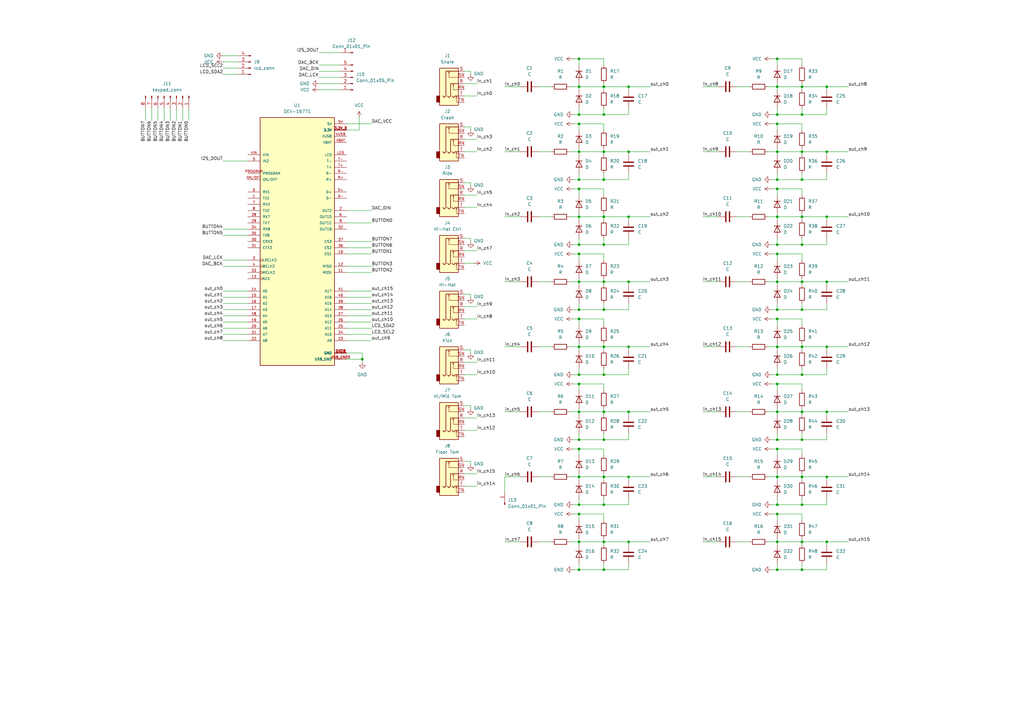
<source format=kicad_sch>
(kicad_sch (version 20231120) (generator "eeschema") (generator_version "8.0")
  (paper "A3")
  (junction (at 339.09 62.23))
  (junction (at 247.65 180.34))
  (junction (at 328.93 35.56))
  (junction (at 339.09 35.56))
  (junction (at 247.65 195.58))
  (junction (at 339.09 222.25))
  (junction (at 237.49 180.34))
  (junction (at 328.93 88.9))
  (junction (at 237.49 195.58))
  (junction (at 318.77 207.01))
  (junction (at 318.77 50.8))
  (junction (at 237.49 142.24))
  (junction (at 328.93 195.58))
  (junction (at 237.49 157.48))
  (junction (at 328.93 168.91))
  (junction (at 328.93 46.99))
  (junction (at 328.93 222.25))
  (junction (at 318.77 100.33))
  (junction (at 247.65 233.68))
  (junction (at 237.49 88.9))
  (junction (at 318.77 127))
  (junction (at 318.77 35.56))
  (junction (at 237.49 35.56))
  (junction (at 247.65 46.99))
  (junction (at 237.49 100.33))
  (junction (at 237.49 62.23))
  (junction (at 237.49 73.66))
  (junction (at 237.49 46.99))
  (junction (at 237.49 153.67))
  (junction (at 318.77 115.57))
  (junction (at 237.49 77.47))
  (junction (at 328.93 73.66))
  (junction (at 318.77 153.67))
  (junction (at 247.65 62.23))
  (junction (at 237.49 210.82))
  (junction (at 318.77 88.9))
  (junction (at 318.77 104.14))
  (junction (at 257.81 168.91))
  (junction (at 339.09 195.58))
  (junction (at 237.49 127))
  (junction (at 339.09 142.24))
  (junction (at 318.77 180.34))
  (junction (at 318.77 233.68))
  (junction (at 328.93 142.24))
  (junction (at 247.65 127))
  (junction (at 328.93 180.34))
  (junction (at 257.81 88.9))
  (junction (at 318.77 46.99))
  (junction (at 257.81 195.58))
  (junction (at 247.65 35.56))
  (junction (at 237.49 130.81))
  (junction (at 328.93 127))
  (junction (at 318.77 157.48))
  (junction (at 318.77 62.23))
  (junction (at 247.65 73.66))
  (junction (at 247.65 142.24))
  (junction (at 318.77 222.25))
  (junction (at 237.49 184.15))
  (junction (at 257.81 142.24))
  (junction (at 237.49 24.13))
  (junction (at 318.77 24.13))
  (junction (at 247.65 207.01))
  (junction (at 339.09 88.9))
  (junction (at 318.77 142.24))
  (junction (at 247.65 153.67))
  (junction (at 237.49 50.8))
  (junction (at 318.77 168.91))
  (junction (at 328.93 153.67))
  (junction (at 237.49 207.01))
  (junction (at 328.93 207.01))
  (junction (at 237.49 104.14))
  (junction (at 247.65 168.91))
  (junction (at 247.65 222.25))
  (junction (at 237.49 233.68))
  (junction (at 247.65 115.57))
  (junction (at 257.81 115.57))
  (junction (at 318.77 210.82))
  (junction (at 328.93 115.57))
  (junction (at 257.81 62.23))
  (junction (at 247.65 88.9))
  (junction (at 257.81 35.56))
  (junction (at 148.59 147.32))
  (junction (at 318.77 77.47))
  (junction (at 328.93 233.68))
  (junction (at 318.77 130.81))
  (junction (at 318.77 195.58))
  (junction (at 247.65 100.33))
  (junction (at 339.09 168.91))
  (junction (at 237.49 222.25))
  (junction (at 318.77 184.15))
  (junction (at 339.09 115.57))
  (junction (at 328.93 100.33))
  (junction (at 237.49 115.57))
  (junction (at 237.49 168.91))
  (junction (at 328.93 62.23))
  (junction (at 318.77 73.66))
  (junction (at 257.81 222.25))
  (wire (pts (xy 237.49 124.46) (xy 237.49 127)))
  (wire (pts (xy 67.31 49.53) (xy 67.31 44.45)))
  (wire (pts (xy 257.81 127) (xy 257.81 124.46)))
  (wire (pts (xy 318.77 50.8) (xy 318.77 53.34)))
  (wire (pts (xy 328.93 180.34) (xy 328.93 177.8)))
  (wire (pts (xy 247.65 35.56) (xy 257.81 35.56)))
  (wire (pts (xy 257.81 153.67) (xy 257.81 151.13)))
  (wire (pts (xy 195.58 62.23) (xy 190.5 62.23)))
  (wire (pts (xy 318.77 62.23) (xy 318.77 63.5)))
  (wire (pts (xy 314.96 222.25) (xy 318.77 222.25)))
  (wire (pts (xy 288.29 35.56) (xy 294.64 35.56)))
  (wire (pts (xy 193.04 99.06) (xy 193.04 97.79)))
  (wire (pts (xy 234.95 207.01) (xy 237.49 207.01)))
  (wire (pts (xy 302.26 115.57) (xy 307.34 115.57)))
  (wire (pts (xy 339.09 153.67) (xy 339.09 151.13)))
  (wire (pts (xy 318.77 207.01) (xy 328.93 207.01)))
  (wire (pts (xy 142.24 144.78) (xy 148.59 144.78)))
  (wire (pts (xy 190.5 189.23) (xy 193.04 189.23)))
  (wire (pts (xy 237.49 142.24) (xy 237.49 143.51)))
  (wire (pts (xy 328.93 114.3) (xy 328.93 115.57)))
  (wire (pts (xy 339.09 62.23) (xy 339.09 63.5)))
  (wire (pts (xy 328.93 207.01) (xy 339.09 207.01)))
  (wire (pts (xy 316.23 233.68) (xy 318.77 233.68)))
  (wire (pts (xy 318.77 60.96) (xy 318.77 62.23)))
  (wire (pts (xy 72.39 49.53) (xy 72.39 44.45)))
  (wire (pts (xy 328.93 168.91) (xy 339.09 168.91)))
  (wire (pts (xy 328.93 127) (xy 328.93 124.46)))
  (wire (pts (xy 247.65 195.58) (xy 247.65 196.85)))
  (wire (pts (xy 247.65 114.3) (xy 247.65 115.57)))
  (wire (pts (xy 234.95 73.66) (xy 237.49 73.66)))
  (wire (pts (xy 328.93 35.56) (xy 339.09 35.56)))
  (wire (pts (xy 247.65 142.24) (xy 257.81 142.24)))
  (wire (pts (xy 257.81 62.23) (xy 257.81 63.5)))
  (wire (pts (xy 247.65 194.31) (xy 247.65 195.58)))
  (wire (pts (xy 152.4 99.06) (xy 142.24 99.06)))
  (wire (pts (xy 314.96 195.58) (xy 318.77 195.58)))
  (wire (pts (xy 339.09 62.23) (xy 347.98 62.23)))
  (wire (pts (xy 316.23 184.15) (xy 318.77 184.15)))
  (wire (pts (xy 237.49 210.82) (xy 237.49 213.36)))
  (wire (pts (xy 257.81 180.34) (xy 257.81 177.8)))
  (wire (pts (xy 247.65 88.9) (xy 257.81 88.9)))
  (wire (pts (xy 318.77 210.82) (xy 328.93 210.82)))
  (wire (pts (xy 302.26 222.25) (xy 307.34 222.25)))
  (wire (pts (xy 101.6 93.98) (xy 91.44 93.98)))
  (wire (pts (xy 139.7 26.67) (xy 130.81 26.67)))
  (wire (pts (xy 220.98 88.9) (xy 226.06 88.9)))
  (wire (pts (xy 237.49 100.33) (xy 247.65 100.33)))
  (wire (pts (xy 237.49 24.13) (xy 247.65 24.13)))
  (wire (pts (xy 193.04 144.78) (xy 193.04 143.51)))
  (wire (pts (xy 339.09 115.57) (xy 339.09 116.84)))
  (wire (pts (xy 318.77 88.9) (xy 328.93 88.9)))
  (wire (pts (xy 207.01 142.24) (xy 213.36 142.24)))
  (wire (pts (xy 328.93 153.67) (xy 328.93 151.13)))
  (wire (pts (xy 237.49 73.66) (xy 247.65 73.66)))
  (wire (pts (xy 257.81 207.01) (xy 257.81 204.47)))
  (wire (pts (xy 77.47 49.53) (xy 77.47 44.45)))
  (wire (pts (xy 220.98 168.91) (xy 226.06 168.91)))
  (wire (pts (xy 190.5 107.95) (xy 194.31 107.95)))
  (wire (pts (xy 247.65 168.91) (xy 257.81 168.91)))
  (wire (pts (xy 302.26 62.23) (xy 307.34 62.23)))
  (wire (pts (xy 152.4 121.92) (xy 142.24 121.92)))
  (wire (pts (xy 152.4 137.16) (xy 142.24 137.16)))
  (wire (pts (xy 328.93 26.67) (xy 328.93 24.13)))
  (wire (pts (xy 237.49 153.67) (xy 247.65 153.67)))
  (wire (pts (xy 190.5 143.51) (xy 193.04 143.51)))
  (wire (pts (xy 237.49 62.23) (xy 237.49 63.5)))
  (wire (pts (xy 152.4 86.36) (xy 142.24 86.36)))
  (wire (pts (xy 318.77 142.24) (xy 318.77 143.51)))
  (wire (pts (xy 237.49 44.45) (xy 237.49 46.99)))
  (wire (pts (xy 148.59 148.59) (xy 148.59 147.32)))
  (wire (pts (xy 339.09 168.91) (xy 347.98 168.91)))
  (wire (pts (xy 328.93 115.57) (xy 328.93 116.84)))
  (wire (pts (xy 207.01 222.25) (xy 213.36 222.25)))
  (wire (pts (xy 74.93 49.53) (xy 74.93 44.45)))
  (wire (pts (xy 339.09 222.25) (xy 339.09 223.52)))
  (wire (pts (xy 195.58 171.45) (xy 190.5 171.45)))
  (wire (pts (xy 302.26 88.9) (xy 307.34 88.9)))
  (wire (pts (xy 234.95 50.8) (xy 237.49 50.8)))
  (wire (pts (xy 247.65 222.25) (xy 247.65 223.52)))
  (wire (pts (xy 233.68 35.56) (xy 237.49 35.56)))
  (wire (pts (xy 257.81 35.56) (xy 266.7 35.56)))
  (wire (pts (xy 247.65 220.98) (xy 247.65 222.25)))
  (wire (pts (xy 237.49 46.99) (xy 247.65 46.99)))
  (wire (pts (xy 247.65 233.68) (xy 247.65 231.14)))
  (wire (pts (xy 247.65 60.96) (xy 247.65 62.23)))
  (wire (pts (xy 247.65 34.29) (xy 247.65 35.56)))
  (wire (pts (xy 318.77 168.91) (xy 328.93 168.91)))
  (wire (pts (xy 247.65 153.67) (xy 247.65 151.13)))
  (wire (pts (xy 328.93 73.66) (xy 339.09 73.66)))
  (wire (pts (xy 316.23 24.13) (xy 318.77 24.13)))
  (wire (pts (xy 237.49 34.29) (xy 237.49 35.56)))
  (wire (pts (xy 234.95 127) (xy 237.49 127)))
  (wire (pts (xy 233.68 62.23) (xy 237.49 62.23)))
  (wire (pts (xy 339.09 168.91) (xy 339.09 170.18)))
  (wire (pts (xy 328.93 233.68) (xy 339.09 233.68)))
  (wire (pts (xy 318.77 71.12) (xy 318.77 73.66)))
  (wire (pts (xy 328.93 180.34) (xy 339.09 180.34)))
  (wire (pts (xy 257.81 35.56) (xy 257.81 36.83)))
  (wire (pts (xy 339.09 222.25) (xy 347.98 222.25)))
  (wire (pts (xy 288.29 142.24) (xy 294.64 142.24)))
  (wire (pts (xy 328.93 88.9) (xy 328.93 90.17)))
  (wire (pts (xy 237.49 35.56) (xy 237.49 36.83)))
  (wire (pts (xy 152.4 111.76) (xy 142.24 111.76)))
  (wire (pts (xy 193.04 190.5) (xy 193.04 189.23)))
  (wire (pts (xy 91.44 66.04) (xy 101.6 66.04)))
  (wire (pts (xy 152.4 119.38) (xy 142.24 119.38)))
  (wire (pts (xy 237.49 130.81) (xy 237.49 133.35)))
  (wire (pts (xy 247.65 46.99) (xy 247.65 44.45)))
  (wire (pts (xy 152.4 101.6) (xy 142.24 101.6)))
  (wire (pts (xy 318.77 140.97) (xy 318.77 142.24)))
  (wire (pts (xy 195.58 125.73) (xy 190.5 125.73)))
  (wire (pts (xy 91.44 139.7) (xy 101.6 139.7)))
  (wire (pts (xy 237.49 151.13) (xy 237.49 153.67)))
  (wire (pts (xy 328.93 62.23) (xy 328.93 63.5)))
  (wire (pts (xy 318.77 167.64) (xy 318.77 168.91)))
  (wire (pts (xy 193.04 53.34) (xy 193.04 52.07)))
  (wire (pts (xy 257.81 195.58) (xy 257.81 196.85)))
  (wire (pts (xy 328.93 213.36) (xy 328.93 210.82)))
  (wire (pts (xy 237.49 157.48) (xy 237.49 160.02)))
  (wire (pts (xy 257.81 142.24) (xy 266.7 142.24)))
  (wire (pts (xy 328.93 46.99) (xy 339.09 46.99)))
  (wire (pts (xy 142.24 147.32) (xy 148.59 147.32)))
  (wire (pts (xy 316.23 46.99) (xy 318.77 46.99)))
  (wire (pts (xy 207.01 195.58) (xy 207.01 201.93)))
  (wire (pts (xy 237.49 127) (xy 247.65 127)))
  (wire (pts (xy 247.65 167.64) (xy 247.65 168.91)))
  (wire (pts (xy 220.98 115.57) (xy 226.06 115.57)))
  (wire (pts (xy 314.96 142.24) (xy 318.77 142.24)))
  (wire (pts (xy 207.01 88.9) (xy 213.36 88.9)))
  (wire (pts (xy 247.65 168.91) (xy 247.65 170.18)))
  (wire (pts (xy 237.49 222.25) (xy 237.49 223.52)))
  (wire (pts (xy 288.29 115.57) (xy 294.64 115.57)))
  (wire (pts (xy 316.23 153.67) (xy 318.77 153.67)))
  (wire (pts (xy 339.09 115.57) (xy 347.98 115.57)))
  (wire (pts (xy 190.5 74.93) (xy 193.04 74.93)))
  (wire (pts (xy 318.77 180.34) (xy 328.93 180.34)))
  (wire (pts (xy 339.09 73.66) (xy 339.09 71.12)))
  (wire (pts (xy 247.65 222.25) (xy 257.81 222.25)))
  (wire (pts (xy 152.4 91.44) (xy 142.24 91.44)))
  (wire (pts (xy 152.4 124.46) (xy 142.24 124.46)))
  (wire (pts (xy 152.4 129.54) (xy 142.24 129.54)))
  (wire (pts (xy 152.4 104.14) (xy 142.24 104.14)))
  (wire (pts (xy 328.93 53.34) (xy 328.93 50.8)))
  (wire (pts (xy 318.77 210.82) (xy 318.77 213.36)))
  (wire (pts (xy 237.49 167.64) (xy 237.49 168.91)))
  (wire (pts (xy 316.23 210.82) (xy 318.77 210.82)))
  (wire (pts (xy 220.98 142.24) (xy 226.06 142.24)))
  (wire (pts (xy 339.09 35.56) (xy 339.09 36.83)))
  (wire (pts (xy 220.98 35.56) (xy 226.06 35.56)))
  (wire (pts (xy 195.58 34.29) (xy 190.5 34.29)))
  (wire (pts (xy 318.77 46.99) (xy 328.93 46.99)))
  (wire (pts (xy 318.77 97.79) (xy 318.77 100.33)))
  (wire (pts (xy 328.93 115.57) (xy 339.09 115.57)))
  (wire (pts (xy 234.95 104.14) (xy 237.49 104.14)))
  (wire (pts (xy 101.6 96.52) (xy 91.44 96.52)))
  (wire (pts (xy 247.65 186.69) (xy 247.65 184.15)))
  (wire (pts (xy 247.65 207.01) (xy 257.81 207.01)))
  (wire (pts (xy 237.49 104.14) (xy 237.49 106.68)))
  (wire (pts (xy 195.58 153.67) (xy 190.5 153.67)))
  (wire (pts (xy 237.49 195.58) (xy 237.49 196.85)))
  (wire (pts (xy 247.65 233.68) (xy 257.81 233.68)))
  (wire (pts (xy 328.93 60.96) (xy 328.93 62.23)))
  (wire (pts (xy 318.77 115.57) (xy 328.93 115.57)))
  (wire (pts (xy 152.4 127) (xy 142.24 127)))
  (wire (pts (xy 318.77 114.3) (xy 318.77 115.57)))
  (wire (pts (xy 318.77 204.47) (xy 318.77 207.01)))
  (wire (pts (xy 91.44 30.48) (xy 97.79 30.48)))
  (wire (pts (xy 328.93 127) (xy 339.09 127)))
  (wire (pts (xy 339.09 35.56) (xy 347.98 35.56)))
  (wire (pts (xy 234.95 184.15) (xy 237.49 184.15)))
  (wire (pts (xy 328.93 140.97) (xy 328.93 142.24)))
  (wire (pts (xy 247.65 26.67) (xy 247.65 24.13)))
  (wire (pts (xy 318.77 153.67) (xy 328.93 153.67)))
  (wire (pts (xy 328.93 233.68) (xy 328.93 231.14)))
  (wire (pts (xy 318.77 124.46) (xy 318.77 127)))
  (wire (pts (xy 328.93 87.63) (xy 328.93 88.9)))
  (wire (pts (xy 328.93 207.01) (xy 328.93 204.47)))
  (wire (pts (xy 339.09 207.01) (xy 339.09 204.47)))
  (wire (pts (xy 314.96 35.56) (xy 318.77 35.56)))
  (wire (pts (xy 237.49 97.79) (xy 237.49 100.33)))
  (wire (pts (xy 316.23 157.48) (xy 318.77 157.48)))
  (wire (pts (xy 339.09 142.24) (xy 347.98 142.24)))
  (wire (pts (xy 328.93 106.68) (xy 328.93 104.14)))
  (wire (pts (xy 237.49 88.9) (xy 247.65 88.9)))
  (wire (pts (xy 247.65 207.01) (xy 247.65 204.47)))
  (wire (pts (xy 195.58 148.59) (xy 190.5 148.59)))
  (wire (pts (xy 318.77 50.8) (xy 328.93 50.8)))
  (wire (pts (xy 190.5 120.65) (xy 193.04 120.65)))
  (wire (pts (xy 257.81 100.33) (xy 257.81 97.79)))
  (wire (pts (xy 233.68 222.25) (xy 237.49 222.25)))
  (wire (pts (xy 237.49 222.25) (xy 247.65 222.25)))
  (wire (pts (xy 247.65 62.23) (xy 257.81 62.23)))
  (wire (pts (xy 328.93 34.29) (xy 328.93 35.56)))
  (wire (pts (xy 247.65 195.58) (xy 257.81 195.58)))
  (wire (pts (xy 318.77 184.15) (xy 318.77 186.69)))
  (wire (pts (xy 91.44 119.38) (xy 101.6 119.38)))
  (wire (pts (xy 318.77 77.47) (xy 328.93 77.47)))
  (wire (pts (xy 318.77 222.25) (xy 328.93 222.25)))
  (wire (pts (xy 91.44 106.68) (xy 101.6 106.68)))
  (wire (pts (xy 152.4 109.22) (xy 142.24 109.22)))
  (wire (pts (xy 237.49 142.24) (xy 247.65 142.24)))
  (wire (pts (xy 195.58 102.87) (xy 190.5 102.87)))
  (wire (pts (xy 195.58 39.37) (xy 190.5 39.37)))
  (wire (pts (xy 237.49 62.23) (xy 247.65 62.23)))
  (wire (pts (xy 339.09 233.68) (xy 339.09 231.14)))
  (wire (pts (xy 247.65 88.9) (xy 247.65 90.17)))
  (wire (pts (xy 237.49 207.01) (xy 247.65 207.01)))
  (wire (pts (xy 318.77 104.14) (xy 328.93 104.14)))
  (wire (pts (xy 318.77 184.15) (xy 328.93 184.15)))
  (wire (pts (xy 257.81 62.23) (xy 266.7 62.23)))
  (wire (pts (xy 257.81 88.9) (xy 257.81 90.17)))
  (wire (pts (xy 195.58 85.09) (xy 190.5 85.09)))
  (wire (pts (xy 195.58 130.81) (xy 190.5 130.81)))
  (wire (pts (xy 328.93 222.25) (xy 328.93 223.52)))
  (wire (pts (xy 207.01 115.57) (xy 213.36 115.57)))
  (wire (pts (xy 237.49 194.31) (xy 237.49 195.58)))
  (wire (pts (xy 234.95 210.82) (xy 237.49 210.82)))
  (wire (pts (xy 237.49 35.56) (xy 247.65 35.56)))
  (wire (pts (xy 247.65 153.67) (xy 257.81 153.67)))
  (wire (pts (xy 318.77 157.48) (xy 318.77 160.02)))
  (wire (pts (xy 247.65 46.99) (xy 257.81 46.99)))
  (wire (pts (xy 233.68 115.57) (xy 237.49 115.57)))
  (wire (pts (xy 328.93 220.98) (xy 328.93 222.25)))
  (wire (pts (xy 318.77 62.23) (xy 328.93 62.23)))
  (wire (pts (xy 237.49 77.47) (xy 247.65 77.47)))
  (wire (pts (xy 237.49 130.81) (xy 247.65 130.81)))
  (wire (pts (xy 91.44 27.94) (xy 97.79 27.94)))
  (wire (pts (xy 91.44 22.86) (xy 97.79 22.86)))
  (wire (pts (xy 314.96 115.57) (xy 318.77 115.57)))
  (wire (pts (xy 318.77 233.68) (xy 328.93 233.68)))
  (wire (pts (xy 237.49 157.48) (xy 247.65 157.48)))
  (wire (pts (xy 234.95 153.67) (xy 237.49 153.67)))
  (wire (pts (xy 328.93 46.99) (xy 328.93 44.45)))
  (wire (pts (xy 247.65 73.66) (xy 247.65 71.12)))
  (wire (pts (xy 328.93 100.33) (xy 339.09 100.33)))
  (wire (pts (xy 237.49 115.57) (xy 247.65 115.57)))
  (wire (pts (xy 69.85 49.53) (xy 69.85 44.45)))
  (wire (pts (xy 62.23 49.53) (xy 62.23 44.45)))
  (wire (pts (xy 316.23 50.8) (xy 318.77 50.8)))
  (wire (pts (xy 234.95 77.47) (xy 237.49 77.47)))
  (wire (pts (xy 316.23 130.81) (xy 318.77 130.81)))
  (wire (pts (xy 257.81 168.91) (xy 266.7 168.91)))
  (wire (pts (xy 139.7 36.83) (xy 130.81 36.83)))
  (wire (pts (xy 247.65 80.01) (xy 247.65 77.47)))
  (wire (pts (xy 237.49 24.13) (xy 237.49 26.67)))
  (wire (pts (xy 318.77 130.81) (xy 318.77 133.35)))
  (wire (pts (xy 339.09 88.9) (xy 347.98 88.9)))
  (wire (pts (xy 288.29 195.58) (xy 294.64 195.58)))
  (wire (pts (xy 328.93 160.02) (xy 328.93 157.48)))
  (wire (pts (xy 195.58 199.39) (xy 190.5 199.39)))
  (wire (pts (xy 237.49 77.47) (xy 237.49 80.01)))
  (wire (pts (xy 247.65 133.35) (xy 247.65 130.81)))
  (wire (pts (xy 328.93 186.69) (xy 328.93 184.15)))
  (wire (pts (xy 339.09 180.34) (xy 339.09 177.8)))
  (wire (pts (xy 139.7 29.21) (xy 130.81 29.21)))
  (wire (pts (xy 247.65 180.34) (xy 247.65 177.8)))
  (wire (pts (xy 318.77 168.91) (xy 318.77 170.18)))
  (wire (pts (xy 257.81 222.25) (xy 257.81 223.52)))
  (wire (pts (xy 247.65 180.34) (xy 257.81 180.34)))
  (wire (pts (xy 91.44 132.08) (xy 101.6 132.08)))
  (wire (pts (xy 233.68 195.58) (xy 237.49 195.58)))
  (wire (pts (xy 193.04 76.2) (xy 193.04 74.93)))
  (wire (pts (xy 64.77 49.53) (xy 64.77 44.45)))
  (wire (pts (xy 288.29 62.23) (xy 294.64 62.23)))
  (wire (pts (xy 91.44 124.46) (xy 101.6 124.46)))
  (wire (pts (xy 247.65 62.23) (xy 247.65 63.5)))
  (wire (pts (xy 247.65 160.02) (xy 247.65 157.48)))
  (wire (pts (xy 193.04 167.64) (xy 193.04 166.37)))
  (wire (pts (xy 234.95 24.13) (xy 237.49 24.13)))
  (wire (pts (xy 328.93 167.64) (xy 328.93 168.91)))
  (wire (pts (xy 237.49 168.91) (xy 237.49 170.18)))
  (wire (pts (xy 91.44 134.62) (xy 101.6 134.62)))
  (wire (pts (xy 237.49 231.14) (xy 237.49 233.68)))
  (wire (pts (xy 318.77 142.24) (xy 328.93 142.24)))
  (wire (pts (xy 139.7 31.75) (xy 130.81 31.75)))
  (wire (pts (xy 91.44 109.22) (xy 101.6 109.22)))
  (wire (pts (xy 314.96 62.23) (xy 318.77 62.23)))
  (wire (pts (xy 339.09 142.24) (xy 339.09 143.51)))
  (wire (pts (xy 318.77 222.25) (xy 318.77 223.52)))
  (wire (pts (xy 328.93 153.67) (xy 339.09 153.67)))
  (wire (pts (xy 328.93 142.24) (xy 328.93 143.51)))
  (wire (pts (xy 302.26 168.91) (xy 307.34 168.91)))
  (wire (pts (xy 328.93 133.35) (xy 328.93 130.81)))
  (wire (pts (xy 288.29 168.91) (xy 294.64 168.91)))
  (wire (pts (xy 318.77 87.63) (xy 318.77 88.9)))
  (wire (pts (xy 318.77 194.31) (xy 318.77 195.58)))
  (wire (pts (xy 234.95 233.68) (xy 237.49 233.68)))
  (wire (pts (xy 339.09 195.58) (xy 347.98 195.58)))
  (wire (pts (xy 152.4 132.08) (xy 142.24 132.08)))
  (wire (pts (xy 318.77 24.13) (xy 328.93 24.13)))
  (wire (pts (xy 318.77 115.57) (xy 318.77 116.84)))
  (wire (pts (xy 328.93 142.24) (xy 339.09 142.24)))
  (wire (pts (xy 234.95 180.34) (xy 237.49 180.34)))
  (wire (pts (xy 316.23 127) (xy 318.77 127)))
  (wire (pts (xy 237.49 71.12) (xy 237.49 73.66)))
  (wire (pts (xy 220.98 195.58) (xy 226.06 195.58)))
  (wire (pts (xy 237.49 195.58) (xy 247.65 195.58)))
  (wire (pts (xy 237.49 184.15) (xy 247.65 184.15)))
  (wire (pts (xy 314.96 168.91) (xy 318.77 168.91)))
  (wire (pts (xy 339.09 46.99) (xy 339.09 44.45)))
  (wire (pts (xy 316.23 180.34) (xy 318.77 180.34)))
  (wire (pts (xy 237.49 210.82) (xy 247.65 210.82)))
  (wire (pts (xy 237.49 233.68) (xy 247.65 233.68)))
  (wire (pts (xy 91.44 121.92) (xy 101.6 121.92)))
  (wire (pts (xy 316.23 73.66) (xy 318.77 73.66)))
  (wire (pts (xy 233.68 142.24) (xy 237.49 142.24)))
  (wire (pts (xy 234.95 130.81) (xy 237.49 130.81)))
  (wire (pts (xy 237.49 177.8) (xy 237.49 180.34)))
  (wire (pts (xy 318.77 130.81) (xy 328.93 130.81)))
  (wire (pts (xy 91.44 137.16) (xy 101.6 137.16)))
  (wire (pts (xy 190.5 97.79) (xy 193.04 97.79)))
  (wire (pts (xy 328.93 222.25) (xy 339.09 222.25)))
  (wire (pts (xy 237.49 87.63) (xy 237.49 88.9)))
  (wire (pts (xy 237.49 115.57) (xy 237.49 116.84)))
  (wire (pts (xy 233.68 88.9) (xy 237.49 88.9)))
  (wire (pts (xy 328.93 195.58) (xy 328.93 196.85)))
  (wire (pts (xy 257.81 115.57) (xy 266.7 115.57)))
  (wire (pts (xy 318.77 34.29) (xy 318.77 35.56)))
  (wire (pts (xy 237.49 50.8) (xy 247.65 50.8)))
  (wire (pts (xy 152.4 139.7) (xy 142.24 139.7)))
  (wire (pts (xy 148.59 147.32) (xy 148.59 144.78)))
  (wire (pts (xy 91.44 127) (xy 101.6 127)))
  (wire (pts (xy 257.81 73.66) (xy 257.81 71.12)))
  (wire (pts (xy 339.09 88.9) (xy 339.09 90.17)))
  (wire (pts (xy 257.81 222.25) (xy 266.7 222.25)))
  (wire (pts (xy 247.65 213.36) (xy 247.65 210.82)))
  (wire (pts (xy 237.49 50.8) (xy 237.49 53.34)))
  (wire (pts (xy 247.65 140.97) (xy 247.65 142.24)))
  (wire (pts (xy 237.49 60.96) (xy 237.49 62.23)))
  (wire (pts (xy 328.93 73.66) (xy 328.93 71.12)))
  (wire (pts (xy 257.81 46.99) (xy 257.81 44.45)))
  (wire (pts (xy 247.65 127) (xy 257.81 127)))
  (wire (pts (xy 237.49 168.91) (xy 247.65 168.91)))
  (wire (pts (xy 318.77 24.13) (xy 318.77 26.67)))
  (wire (pts (xy 237.49 220.98) (xy 237.49 222.25)))
  (wire (pts (xy 318.77 44.45) (xy 318.77 46.99)))
  (wire (pts (xy 147.32 48.26) (xy 147.32 53.34)))
  (wire (pts (xy 318.77 151.13) (xy 318.77 153.67)))
  (wire (pts (xy 257.81 168.91) (xy 257.81 170.18)))
  (wire (pts (xy 318.77 73.66) (xy 328.93 73.66)))
  (wire (pts (xy 339.09 127) (xy 339.09 124.46)))
  (wire (pts (xy 247.65 100.33) (xy 247.65 97.79)))
  (wire (pts (xy 247.65 106.68) (xy 247.65 104.14)))
  (wire (pts (xy 339.09 195.58) (xy 339.09 196.85)))
  (wire (pts (xy 318.77 127) (xy 328.93 127)))
  (wire (pts (xy 328.93 62.23) (xy 339.09 62.23)))
  (wire (pts (xy 207.01 168.91) (xy 213.36 168.91)))
  (wire (pts (xy 139.7 21.59) (xy 130.81 21.59)))
  (wire (pts (xy 318.77 195.58) (xy 328.93 195.58)))
  (wire (pts (xy 328.93 88.9) (xy 339.09 88.9)))
  (wire (pts (xy 316.23 104.14) (xy 318.77 104.14)))
  (wire (pts (xy 190.5 29.21) (xy 193.04 29.21)))
  (wire (pts (xy 193.04 121.92) (xy 193.04 120.65)))
  (wire (pts (xy 314.96 88.9) (xy 318.77 88.9)))
  (wire (pts (xy 220.98 222.25) (xy 226.06 222.25)))
  (wire (pts (xy 234.95 46.99) (xy 237.49 46.99)))
  (wire (pts (xy 318.77 100.33) (xy 328.93 100.33)))
  (wire (pts (xy 318.77 231.14) (xy 318.77 233.68)))
  (wire (pts (xy 247.65 53.34) (xy 247.65 50.8)))
  (wire (pts (xy 193.04 30.48) (xy 193.04 29.21)))
  (wire (pts (xy 257.81 233.68) (xy 257.81 231.14)))
  (wire (pts (xy 302.26 35.56) (xy 307.34 35.56)))
  (wire (pts (xy 328.93 80.01) (xy 328.93 77.47)))
  (wire (pts (xy 328.93 168.91) (xy 328.93 170.18)))
  (wire (pts (xy 316.23 100.33) (xy 318.77 100.33)))
  (wire (pts (xy 318.77 177.8) (xy 318.77 180.34)))
  (wire (pts (xy 91.44 129.54) (xy 101.6 129.54)))
  (wire (pts (xy 190.5 52.07) (xy 193.04 52.07)))
  (wire (pts (xy 328.93 195.58) (xy 339.09 195.58)))
  (wire (pts (xy 220.98 62.23) (xy 226.06 62.23)))
  (wire (pts (xy 237.49 204.47) (xy 237.49 207.01)))
  (wire (pts (xy 257.81 142.24) (xy 257.81 143.51)))
  (wire (pts (xy 91.44 25.4) (xy 97.79 25.4)))
  (wire (pts (xy 257.81 195.58) (xy 266.7 195.58)))
  (wire (pts (xy 328.93 100.33) (xy 328.93 97.79)))
  (wire (pts (xy 328.93 35.56) (xy 328.93 36.83)))
  (wire (pts (xy 316.23 77.47) (xy 318.77 77.47)))
  (wire (pts (xy 237.49 114.3) (xy 237.49 115.57)))
  (wire (pts (xy 195.58 57.15) (xy 190.5 57.15)))
  (wire (pts (xy 247.65 115.57) (xy 257.81 115.57)))
  (wire (pts (xy 318.77 195.58) (xy 318.77 196.85)))
  (wire (pts (xy 142.24 53.34) (xy 147.32 53.34)))
  (wire (pts (xy 237.49 180.34) (xy 247.65 180.34)))
  (wire (pts (xy 207.01 35.56) (xy 213.36 35.56)))
  (wire (pts (xy 142.24 50.8) (xy 152.4 50.8)))
  (wire (pts (xy 318.77 77.47) (xy 318.77 80.01)))
  (wire (pts (xy 316.23 207.01) (xy 318.77 207.01)))
  (wire (pts (xy 237.49 88.9) (xy 237.49 90.17)))
  (wire (pts (xy 257.81 88.9) (xy 266.7 88.9)))
  (wire (pts (xy 234.95 100.33) (xy 237.49 100.33)))
  (wire (pts (xy 207.01 195.58) (xy 213.36 195.58)))
  (wire (pts (xy 247.65 100.33) (xy 257.81 100.33)))
  (wire (pts (xy 318.77 88.9) (xy 318.77 90.17)))
  (wire (pts (xy 247.65 73.66) (xy 257.81 73.66)))
  (wire (pts (xy 318.77 104.14) (xy 318.77 106.68)))
  (wire (pts (xy 139.7 34.29) (xy 130.81 34.29)))
  (wire (pts (xy 257.81 115.57) (xy 257.81 116.84)))
  (wire (pts (xy 318.77 157.48) (xy 328.93 157.48)))
  (wire (pts (xy 195.58 80.01) (xy 190.5 80.01)))
  (wire (pts (xy 288.29 222.25) (xy 294.64 222.25)))
  (wire (pts (xy 318.77 35.56) (xy 318.77 36.83)))
  (wire (pts (xy 247.65 127) (xy 247.65 124.46)))
  (wire (pts (xy 237.49 184.15) (xy 237.49 186.69)))
  (wire (pts (xy 318.77 220.98) (xy 318.77 222.25)))
  (wire (pts (xy 234.95 157.48) (xy 237.49 157.48)))
  (wire (pts (xy 247.65 142.24) (xy 247.65 143.51)))
  (wire (pts (xy 328.93 194.31) (xy 328.93 195.58)))
  (wire (pts (xy 247.65 115.57) (xy 247.65 116.84)))
  (wire (pts (xy 237.49 140.97) (xy 237.49 142.24)))
  (wire (pts (xy 190.5 166.37) (xy 193.04 166.37)))
  (wire (pts (xy 195.58 194.31) (xy 190.5 194.31)))
  (wire (pts (xy 237.49 104.14) (xy 247.65 104.14)))
  (wire (pts (xy 233.68 168.91) (xy 237.49 168.91)))
  (wire (pts (xy 207.01 62.23) (xy 213.36 62.23)))
  (wire (pts (xy 247.65 87.63) (xy 247.65 88.9)))
  (wire (pts (xy 302.26 195.58) (xy 307.34 195.58)))
  (wire (pts (xy 247.65 35.56) (xy 247.65 36.83)))
  (wire (pts (xy 59.69 49.53) (xy 59.69 44.45)))
  (wire (pts (xy 152.4 134.62) (xy 142.24 134.62)))
  (wire (pts (xy 288.29 88.9) (xy 294.64 88.9)))
  (wire (pts (xy 339.09 100.33) (xy 339.09 97.79)))
  (wire (pts (xy 318.77 35.56) (xy 328.93 35.56)))
  (wire (pts (xy 302.26 142.24) (xy 307.34 142.24)))
  (wire (pts (xy 195.58 176.53) (xy 190.5 176.53)))
  (label "out_ch0" (at 91.44 119.38 180))
  (label "BUTTON3" (at 69.85 49.53 270))
  (label "out_ch11" (at 347.98 115.57 0))
  (label "BUTTON5" (at 64.77 49.53 270))
  (label "in_ch5" (at 195.58 80.01 0))
  (label "out_ch7" (at 91.44 137.16 180))
  (label "in_ch2" (at 207.01 88.9 0))
  (label "BUTTON6" (at 62.23 49.53 270))
  (label "out_ch10" (at 347.98 88.9 0))
  (label "BUTTON2" (at 72.39 49.53 270))
  (label "in_ch12" (at 195.58 176.53 0))
  (label "DAC_DIN" (at 152.4 86.36 0))
  (label "out_ch11" (at 152.4 129.54 0))
  (label "out_ch2" (at 266.7 88.9 0))
  (label "in_ch13" (at 288.29 168.91 0))
  (label "in_ch11" (at 195.58 148.59 0))
  (label "I2S_DOUT" (at 91.44 66.04 180))
  (label "LCD_SCL2" (at 152.4 137.16 0))
  (label "out_ch10" (at 152.4 132.08 0))
  (label "in_ch4" (at 195.58 85.09 0))
  (label "in_ch14" (at 288.29 195.58 0))
  (label "in_ch3" (at 207.01 115.57 0))
  (label "in_ch7" (at 195.58 102.87 0))
  (label "BUTTON5" (at 91.44 96.52 180))
  (label "BUTTON7" (at 152.4 99.06 0))
  (label "in_ch9" (at 195.58 125.73 0))
  (label "DAC_LCK" (at 91.44 106.68 180))
  (label "out_ch6" (at 266.7 195.58 0))
  (label "in_ch11" (at 288.29 115.57 0))
  (label "out_ch2" (at 91.44 124.46 180))
  (label "in_ch14" (at 195.58 199.39 0))
  (label "out_ch9" (at 152.4 139.7 0))
  (label "DAC_VCC" (at 152.4 50.8 0))
  (label "in_ch8" (at 288.29 35.56 0))
  (label "BUTTON1" (at 152.4 104.14 0))
  (label "DAC_BCK" (at 91.44 109.22 180))
  (label "out_ch3" (at 91.44 127 180))
  (label "in_ch13" (at 195.58 171.45 0))
  (label "in_ch12" (at 288.29 142.24 0))
  (label "out_ch15" (at 347.98 222.25 0))
  (label "out_ch0" (at 266.7 35.56 0))
  (label "BUTTON1" (at 74.93 49.53 270))
  (label "out_ch5" (at 91.44 132.08 180))
  (label "DAC_BCK" (at 130.81 26.67 180))
  (label "in_ch5" (at 207.01 168.91 0))
  (label "out_ch6" (at 91.44 134.62 180))
  (label "BUTTON4" (at 91.44 93.98 180))
  (label "in_ch7" (at 207.01 222.25 0))
  (label "LCD_SDA2" (at 152.4 134.62 0))
  (label "out_ch7" (at 266.7 222.25 0))
  (label "out_ch14" (at 347.98 195.58 0))
  (label "BUTTON7" (at 59.69 49.53 270))
  (label "out_ch12" (at 347.98 142.24 0))
  (label "in_ch3" (at 195.58 57.15 0))
  (label "BUTTON3" (at 152.4 109.22 0))
  (label "in_ch15" (at 195.58 194.31 0))
  (label "in_ch2" (at 195.58 62.23 0))
  (label "out_ch12" (at 152.4 127 0))
  (label "out_ch1" (at 266.7 62.23 0))
  (label "in_ch10" (at 288.29 88.9 0))
  (label "in_ch8" (at 195.58 130.81 0))
  (label "BUTTON4" (at 67.31 49.53 270))
  (label "out_ch8" (at 347.98 35.56 0))
  (label "out_ch9" (at 347.98 62.23 0))
  (label "LCD_SDA2" (at 91.44 30.48 180))
  (label "out_ch8" (at 91.44 139.7 180))
  (label "in_ch4" (at 207.01 142.24 0))
  (label "in_ch1" (at 195.58 34.29 0))
  (label "out_ch13" (at 347.98 168.91 0))
  (label "BUTTON6" (at 152.4 101.6 0))
  (label "out_ch3" (at 266.7 115.57 0))
  (label "in_ch1" (at 207.01 62.23 0))
  (label "in_ch0" (at 195.58 39.37 0))
  (label "out_ch1" (at 91.44 121.92 180))
  (label "in_ch15" (at 288.29 222.25 0))
  (label "BUTTON0" (at 152.4 91.44 0))
  (label "out_ch14" (at 152.4 121.92 0))
  (label "in_ch6" (at 207.01 195.58 0))
  (label "BUTTON2" (at 152.4 111.76 0))
  (label "DAC_LCK" (at 130.81 31.75 180))
  (label "in_ch9" (at 288.29 62.23 0))
  (label "out_ch5" (at 266.7 168.91 0))
  (label "I2S_DOUT" (at 130.81 21.59 180))
  (label "out_ch15" (at 152.4 119.38 0))
  (label "out_ch13" (at 152.4 124.46 0))
  (label "LCD_SCL2" (at 91.44 27.94 180))
  (label "out_ch4" (at 91.44 129.54 180))
  (label "out_ch4" (at 266.7 142.24 0))
  (label "in_ch10" (at 195.58 153.67 0))
  (label "DAC_DIN" (at 130.81 29.21 180))
  (label "BUTTON0" (at 77.47 49.53 270))
  (label "in_ch0" (at 207.01 35.56 0))
  (symbol (lib_id "Device:D") (at 318.77 83.82 270) (unit 1)
    (property "Reference" "D21" (at 321.31 82.5499 90) (effects (justify left)))
    (property "Value" "D" (at 321.31 85.0899 90) (effects (justify left)))
    (property "Footprint" "Diode_THT:D_DO-35_SOD27_P7.62mm_Horizontal" (effects (hide yes)))
    (property "Description" "Diode" (effects (hide yes)))
    (property "Sim.Device" "D" (effects (hide yes)))
    (property "Sim.Pins" "1=K 2=A" (effects (hide yes)))
  )
  (symbol (lib_id "Device:R") (at 311.15 142.24 90) (unit 1)
    (property "Reference" "R13" (at 311.15 135.89 90))
    (property "Value" "R" (at 311.15 138.43 90))
    (property "Footprint" "Resistor_THT:R_Axial_DIN0207_L6.3mm_D2.5mm_P10.16mm_Horizontal" (effects (hide yes)))
    (property "Description" "Resistor" (effects (hide yes)))
  )
  (symbol (lib_id "Device:R") (at 247.65 83.82 0) (unit 1)
    (property "Reference" "R21" (at 250.19 82.5499 0) (effects (justify left)))
    (property "Value" "R" (at 250.19 85.0899 0) (effects (justify left)))
    (property "Footprint" "Resistor_THT:R_Axial_DIN0207_L6.3mm_D2.5mm_P10.16mm_Horizontal" (effects (hide yes)))
    (property "Description" "Resistor" (effects (hide yes)))
  )
  (symbol (lib_id "Device:D") (at 318.77 57.15 270) (unit 1)
    (property "Reference" "D19" (at 321.31 55.8799 90) (effects (justify left)))
    (property "Value" "D" (at 321.31 58.4199 90) (effects (justify left)))
    (property "Footprint" "Diode_THT:D_DO-35_SOD27_P7.62mm_Horizontal" (effects (hide yes)))
    (property "Description" "Diode" (effects (hide yes)))
    (property "Sim.Device" "D" (effects (hide yes)))
    (property "Sim.Pins" "1=K 2=A" (effects (hide yes)))
  )
  (symbol (lib_id "Device:C") (at 257.81 227.33 180) (unit 1)
    (property "Reference" "C24" (at 261.62 226.0599 0) (effects (justify right)))
    (property "Value" "C" (at 261.62 228.5999 0) (effects (justify right)))
    (property "Footprint" "Capacitor_THT:C_Disc_D5.0mm_W2.5mm_P5.00mm" (effects (hide yes)))
    (property "Description" "Unpolarized capacitor" (effects (hide yes)))
  )
  (symbol (lib_id "Connector_Audio:AudioJack3_Switch") (at 185.42 34.29 0) (unit 1)
    (property "Reference" "J1" (at 183.515 22.86 0))
    (property "Value" "Snare" (at 183.515 25.4 0))
    (property "Footprint" "Connector_Audio:Jack_6.35mm_Neutrik_NMJ6HCD2_Horizontal" (effects (hide yes)))
    (property "Description" "Audio Jack, 3 Poles (Stereo / TRS), Switched Poles (Normalling)" (effects (hide yes)))
  )
  (symbol (lib_id "Device:C") (at 298.45 115.57 90) (unit 1)
    (property "Reference" "C12" (at 298.45 107.95 90))
    (property "Value" "C" (at 298.45 110.49 90))
    (property "Footprint" "Capacitor_THT:C_Disc_D5.0mm_W2.5mm_P5.00mm" (effects (hide yes)))
    (property "Description" "Unpolarized capacitor" (effects (hide yes)))
  )
  (symbol (lib_id "power:GND") (at 316.23 180.34 270) (unit 1)
    (property "Reference" "#PWR039" (effects (hide yes)))
    (property "Value" "GND" (at 312.42 180.3399 90) (effects (justify right)))
    (property "Description" "Power symbol creates a global label with name \"GND\" , ground" (effects (hide yes)))
  )
  (symbol (lib_id "Device:R") (at 311.15 222.25 90) (unit 1)
    (property "Reference" "R16" (at 311.15 215.9 90))
    (property "Value" "R" (at 311.15 218.44 90))
    (property "Footprint" "Resistor_THT:R_Axial_DIN0207_L6.3mm_D2.5mm_P10.16mm_Horizontal" (effects (hide yes)))
    (property "Description" "Resistor" (effects (hide yes)))
  )
  (symbol (lib_id "power:VCC") (at 316.23 157.48 90) (unit 1)
    (property "Reference" "#PWR038" (effects (hide yes)))
    (property "Value" "VCC" (at 312.42 157.4799 90) (effects (justify left)))
    (property "Description" "Power symbol creates a global label with name \"VCC\"" (effects (hide yes)))
  )
  (symbol (lib_id "Device:R") (at 229.87 35.56 90) (unit 1)
    (property "Reference" "R1" (at 229.87 29.21 90))
    (property "Value" "R" (at 229.87 31.75 90))
    (property "Footprint" "Resistor_THT:R_Axial_DIN0207_L6.3mm_D2.5mm_P10.16mm_Horizontal" (effects (hide yes)))
    (property "Description" "Resistor" (effects (hide yes)))
  )
  (symbol (lib_id "Device:R") (at 328.93 30.48 0) (unit 1)
    (property "Reference" "R33" (at 331.47 29.2099 0) (effects (justify left)))
    (property "Value" "R" (at 331.47 31.7499 0) (effects (justify left)))
    (property "Footprint" "Resistor_THT:R_Axial_DIN0207_L6.3mm_D2.5mm_P10.16mm_Horizontal" (effects (hide yes)))
    (property "Description" "Resistor" (effects (hide yes)))
  )
  (symbol (lib_id "power:GND") (at 234.95 100.33 270) (unit 1)
    (property "Reference" "#PWR017" (effects (hide yes)))
    (property "Value" "GND" (at 231.14 100.3299 90) (effects (justify right)))
    (property "Description" "Power symbol creates a global label with name \"GND\" , ground" (effects (hide yes)))
  )
  (symbol (lib_id "Device:C") (at 217.17 88.9 90) (unit 1)
    (property "Reference" "C3" (at 217.17 81.28 90))
    (property "Value" "C" (at 217.17 83.82 90))
    (property "Footprint" "Capacitor_THT:C_Disc_D5.0mm_W2.5mm_P5.00mm" (effects (hide yes)))
    (property "Description" "Unpolarized capacitor" (effects (hide yes)))
  )
  (symbol (lib_id "Connector:Conn_01x05_Pin") (at 144.78 31.75 180) (unit 1)
    (property "Reference" "J10" (at 146.05 30.4799 0) (effects (justify right)))
    (property "Value" "Conn_01x05_Pin" (at 146.05 33.0199 0) (effects (justify right)))
    (property "Footprint" "Connector_PinHeader_2.54mm:PinHeader_1x05_P2.54mm_Vertical" (effects (hide yes)))
    (property "Description" "Generic connector, single row, 01x05, script generated" (effects (hide yes)))
  )
  (symbol (lib_id "power:VCC") (at 234.95 157.48 90) (unit 1)
    (property "Reference" "#PWR022" (effects (hide yes)))
    (property "Value" "VCC" (at 231.14 157.4799 90) (effects (justify left)))
    (property "Description" "Power symbol creates a global label with name \"VCC\"" (effects (hide yes)))
  )
  (symbol (lib_id "Device:C") (at 298.45 62.23 90) (unit 1)
    (property "Reference" "C10" (at 298.45 54.61 90))
    (property "Value" "C" (at 298.45 57.15 90))
    (property "Footprint" "Capacitor_THT:C_Disc_D5.0mm_W2.5mm_P5.00mm" (effects (hide yes)))
    (property "Description" "Unpolarized capacitor" (effects (hide yes)))
  )
  (symbol (lib_id "Device:C") (at 339.09 227.33 180) (unit 1)
    (property "Reference" "C32" (at 342.9 226.0599 0) (effects (justify right)))
    (property "Value" "C" (at 342.9 228.5999 0) (effects (justify right)))
    (property "Footprint" "Capacitor_THT:C_Disc_D5.0mm_W2.5mm_P5.00mm" (effects (hide yes)))
    (property "Description" "Unpolarized capacitor" (effects (hide yes)))
  )
  (symbol (lib_id "Device:D") (at 318.77 200.66 270) (unit 1)
    (property "Reference" "D30" (at 321.31 199.3899 90) (effects (justify left)))
    (property "Value" "D" (at 321.31 201.9299 90) (effects (justify left)))
    (property "Footprint" "Diode_THT:D_DO-35_SOD27_P7.62mm_Horizontal" (effects (hide yes)))
    (property "Description" "Diode" (effects (hide yes)))
    (property "Sim.Device" "D" (effects (hide yes)))
    (property "Sim.Pins" "1=K 2=A" (effects (hide yes)))
  )
  (symbol (lib_id "power:GND") (at 91.44 22.86 270) (unit 1)
    (property "Reference" "#PWR045" (effects (hide yes)))
    (property "Value" "GND" (at 87.63 22.8599 90) (effects (justify right)))
    (property "Description" "Power symbol creates a global label with name \"GND\" , ground" (effects (hide yes)))
  )
  (symbol (lib_id "Device:D") (at 318.77 217.17 270) (unit 1)
    (property "Reference" "D31" (at 321.31 215.8999 90) (effects (justify left)))
    (property "Value" "D" (at 321.31 218.4399 90) (effects (justify left)))
    (property "Footprint" "Diode_THT:D_DO-35_SOD27_P7.62mm_Horizontal" (effects (hide yes)))
    (property "Description" "Diode" (effects (hide yes)))
    (property "Sim.Device" "D" (effects (hide yes)))
    (property "Sim.Pins" "1=K 2=A" (effects (hide yes)))
  )
  (symbol (lib_id "power:VCC") (at 234.95 24.13 90) (unit 1)
    (property "Reference" "#PWR012" (effects (hide yes)))
    (property "Value" "VCC" (at 231.14 24.1299 90) (effects (justify left)))
    (property "Description" "Power symbol creates a global label with name \"VCC\"" (effects (hide yes)))
  )
  (symbol (lib_id "Device:R") (at 247.65 163.83 0) (unit 1)
    (property "Reference" "R27" (at 250.19 162.5599 0) (effects (justify left)))
    (property "Value" "R" (at 250.19 165.0999 0) (effects (justify left)))
    (property "Footprint" "Resistor_THT:R_Axial_DIN0207_L6.3mm_D2.5mm_P10.16mm_Horizontal" (effects (hide yes)))
    (property "Description" "Resistor" (effects (hide yes)))
  )
  (symbol (lib_id "Device:R") (at 247.65 40.64 0) (unit 1)
    (property "Reference" "R18" (at 250.19 39.3699 0) (effects (justify left)))
    (property "Value" "R" (at 250.19 41.9099 0) (effects (justify left)))
    (property "Footprint" "Resistor_THT:R_Axial_DIN0207_L6.3mm_D2.5mm_P10.16mm_Horizontal" (effects (hide yes)))
    (property "Description" "Resistor" (effects (hide yes)))
  )
  (symbol (lib_id "power:GND") (at 234.95 207.01 270) (unit 1)
    (property "Reference" "#PWR025" (effects (hide yes)))
    (property "Value" "GND" (at 231.14 207.0099 90) (effects (justify right)))
    (property "Description" "Power symbol creates a global label with name \"GND\" , ground" (effects (hide yes)))
  )
  (symbol (lib_id "power:VCC") (at 316.23 184.15 90) (unit 1)
    (property "Reference" "#PWR040" (effects (hide yes)))
    (property "Value" "VCC" (at 312.42 184.1499 90) (effects (justify left)))
    (property "Description" "Power symbol creates a global label with name \"VCC\"" (effects (hide yes)))
  )
  (symbol (lib_id "power:GND") (at 316.23 73.66 270) (unit 1)
    (property "Reference" "#PWR031" (effects (hide yes)))
    (property "Value" "GND" (at 312.42 73.6599 90) (effects (justify right)))
    (property "Description" "Power symbol creates a global label with name \"GND\" , ground" (effects (hide yes)))
  )
  (symbol (lib_id "power:VCC") (at 91.44 25.4 90) (unit 1)
    (property "Reference" "#PWR046" (effects (hide yes)))
    (property "Value" "VCC" (at 87.63 25.3999 90) (effects (justify left)))
    (property "Description" "Power symbol creates a global label with name \"VCC\"" (effects (hide yes)))
  )
  (symbol (lib_id "power:VCC") (at 234.95 77.47 90) (unit 1)
    (property "Reference" "#PWR016" (effects (hide yes)))
    (property "Value" "VCC" (at 231.14 77.4699 90) (effects (justify left)))
    (property "Description" "Power symbol creates a global label with name \"VCC\"" (effects (hide yes)))
  )
  (symbol (lib_id "Connector_Audio:AudioJack3_Switch") (at 185.42 194.31 0) (unit 1)
    (property "Reference" "J8" (at 183.515 182.88 0))
    (property "Value" "Floor Tom" (at 183.515 185.42 0))
    (property "Footprint" "Connector_Audio:Jack_6.35mm_Neutrik_NMJ6HCD2_Horizontal" (effects (hide yes)))
    (property "Description" "Audio Jack, 3 Poles (Stereo / TRS), Switched Poles (Normalling)" (effects (hide yes)))
  )
  (symbol (lib_id "power:GND") (at 234.95 153.67 270) (unit 1)
    (property "Reference" "#PWR021" (effects (hide yes)))
    (property "Value" "GND" (at 231.14 153.6699 90) (effects (justify right)))
    (property "Description" "Power symbol creates a global label with name \"GND\" , ground" (effects (hide yes)))
  )
  (symbol (lib_id "Device:R") (at 247.65 120.65 0) (unit 1)
    (property "Reference" "R24" (at 250.19 119.3799 0) (effects (justify left)))
    (property "Value" "R" (at 250.19 121.9199 0) (effects (justify left)))
    (property "Footprint" "Resistor_THT:R_Axial_DIN0207_L6.3mm_D2.5mm_P10.16mm_Horizontal" (effects (hide yes)))
    (property "Description" "Resistor" (effects (hide yes)))
  )
  (symbol (lib_id "Device:R") (at 328.93 217.17 0) (unit 1)
    (property "Reference" "R47" (at 331.47 215.8999 0) (effects (justify left)))
    (property "Value" "R" (at 331.47 218.4399 0) (effects (justify left)))
    (property "Footprint" "Resistor_THT:R_Axial_DIN0207_L6.3mm_D2.5mm_P10.16mm_Horizontal" (effects (hide yes)))
    (property "Description" "Resistor" (effects (hide yes)))
  )
  (symbol (lib_id "Device:R") (at 328.93 57.15 0) (unit 1)
    (property "Reference" "R35" (at 331.47 55.8799 0) (effects (justify left)))
    (property "Value" "R" (at 331.47 58.4199 0) (effects (justify left)))
    (property "Footprint" "Resistor_THT:R_Axial_DIN0207_L6.3mm_D2.5mm_P10.16mm_Horizontal" (effects (hide yes)))
    (property "Description" "Resistor" (effects (hide yes)))
  )
  (symbol (lib_id "Device:C") (at 298.45 222.25 90) (unit 1)
    (property "Reference" "C16" (at 298.45 214.63 90))
    (property "Value" "C" (at 298.45 217.17 90))
    (property "Footprint" "Capacitor_THT:C_Disc_D5.0mm_W2.5mm_P5.00mm" (effects (hide yes)))
    (property "Description" "Unpolarized capacitor" (effects (hide yes)))
  )
  (symbol (lib_id "Device:D") (at 237.49 30.48 270) (unit 1)
    (property "Reference" "D1" (at 240.03 29.2099 90) (effects (justify left)))
    (property "Value" "D" (at 240.03 31.7499 90) (effects (justify left)))
    (property "Footprint" "Diode_THT:D_DO-35_SOD27_P7.62mm_Horizontal" (effects (hide yes)))
    (property "Description" "Diode" (effects (hide yes)))
    (property "Sim.Device" "D" (effects (hide yes)))
    (property "Sim.Pins" "1=K 2=A" (effects (hide yes)))
  )
  (symbol (lib_id "Device:R") (at 311.15 168.91 90) (unit 1)
    (property "Reference" "R14" (at 311.15 162.56 90))
    (property "Value" "R" (at 311.15 165.1 90))
    (property "Footprint" "Resistor_THT:R_Axial_DIN0207_L6.3mm_D2.5mm_P10.16mm_Horizontal" (effects (hide yes)))
    (property "Description" "Resistor" (effects (hide yes)))
  )
  (symbol (lib_id "Device:R") (at 328.93 190.5 0) (unit 1)
    (property "Reference" "R45" (at 331.47 189.2299 0) (effects (justify left)))
    (property "Value" "R" (at 331.47 191.7699 0) (effects (justify left)))
    (property "Footprint" "Resistor_THT:R_Axial_DIN0207_L6.3mm_D2.5mm_P10.16mm_Horizontal" (effects (hide yes)))
    (property "Description" "Resistor" (effects (hide yes)))
  )
  (symbol (lib_id "Connector_Audio:AudioJack3_Switch") (at 185.42 57.15 0) (unit 1)
    (property "Reference" "J2" (at 183.515 45.72 0))
    (property "Value" "Crash" (at 183.515 48.26 0))
    (property "Footprint" "Connector_Audio:Jack_6.35mm_Neutrik_NMJ6HCD2_Horizontal" (effects (hide yes)))
    (property "Description" "Audio Jack, 3 Poles (Stereo / TRS), Switched Poles (Normalling)" (effects (hide yes)))
  )
  (symbol (lib_id "power:VCC") (at 316.23 24.13 90) (unit 1)
    (property "Reference" "#PWR028" (effects (hide yes)))
    (property "Value" "VCC" (at 312.42 24.1299 90) (effects (justify left)))
    (property "Description" "Power symbol creates a global label with name \"VCC\"" (effects (hide yes)))
  )
  (symbol (lib_id "Device:D") (at 237.49 83.82 270) (unit 1)
    (property "Reference" "D5" (at 240.03 82.5499 90) (effects (justify left)))
    (property "Value" "D" (at 240.03 85.0899 90) (effects (justify left)))
    (property "Footprint" "Diode_THT:D_DO-35_SOD27_P7.62mm_Horizontal" (effects (hide yes)))
    (property "Description" "Diode" (effects (hide yes)))
    (property "Sim.Device" "D" (effects (hide yes)))
    (property "Sim.Pins" "1=K 2=A" (effects (hide yes)))
  )
  (symbol (lib_id "Device:C") (at 217.17 168.91 90) (unit 1)
    (property "Reference" "C6" (at 217.17 161.29 90))
    (property "Value" "C" (at 217.17 163.83 90))
    (property "Footprint" "Capacitor_THT:C_Disc_D5.0mm_W2.5mm_P5.00mm" (effects (hide yes)))
    (property "Description" "Unpolarized capacitor" (effects (hide yes)))
  )
  (symbol (lib_id "Device:D") (at 318.77 93.98 270) (unit 1)
    (property "Reference" "D22" (at 321.31 92.7099 90) (effects (justify left)))
    (property "Value" "D" (at 321.31 95.2499 90) (effects (justify left)))
    (property "Footprint" "Diode_THT:D_DO-35_SOD27_P7.62mm_Horizontal" (effects (hide yes)))
    (property "Description" "Diode" (effects (hide yes)))
    (property "Sim.Device" "D" (effects (hide yes)))
    (property "Sim.Pins" "1=K 2=A" (effects (hide yes)))
  )
  (symbol (lib_id "power:GND") (at 193.04 121.92 0) (unit 1)
    (property "Reference" "#PWR07" (effects (hide yes)))
    (property "Value" "GND" (at 196.342 121.666 0))
    (property "Description" "Power symbol creates a global label with name \"GND\" , ground" (effects (hide yes)))
  )
  (symbol (lib_id "Device:R") (at 247.65 110.49 0) (unit 1)
    (property "Reference" "R23" (at 250.19 109.2199 0) (effects (justify left)))
    (property "Value" "R" (at 250.19 111.7599 0) (effects (justify left)))
    (property "Footprint" "Resistor_THT:R_Axial_DIN0207_L6.3mm_D2.5mm_P10.16mm_Horizontal" (effects (hide yes)))
    (property "Description" "Resistor" (effects (hide yes)))
  )
  (symbol (lib_id "Device:R") (at 247.65 30.48 0) (unit 1)
    (property "Reference" "R17" (at 250.19 29.2099 0) (effects (justify left)))
    (property "Value" "R" (at 250.19 31.7499 0) (effects (justify left)))
    (property "Footprint" "Resistor_THT:R_Axial_DIN0207_L6.3mm_D2.5mm_P10.16mm_Horizontal" (effects (hide yes)))
    (property "Description" "Resistor" (effects (hide yes)))
  )
  (symbol (lib_id "power:GND") (at 234.95 180.34 270) (unit 1)
    (property "Reference" "#PWR023" (effects (hide yes)))
    (property "Value" "GND" (at 231.14 180.3399 90) (effects (justify right)))
    (property "Description" "Power symbol creates a global label with name \"GND\" , ground" (effects (hide yes)))
  )
  (symbol (lib_id "Device:R") (at 247.65 67.31 0) (unit 1)
    (property "Reference" "R20" (at 250.19 66.0399 0) (effects (justify left)))
    (property "Value" "R" (at 250.19 68.5799 0) (effects (justify left)))
    (property "Footprint" "Resistor_THT:R_Axial_DIN0207_L6.3mm_D2.5mm_P10.16mm_Horizontal" (effects (hide yes)))
    (property "Description" "Resistor" (effects (hide yes)))
  )
  (symbol (lib_id "power:GND") (at 193.04 99.06 0) (unit 1)
    (property "Reference" "#PWR06" (effects (hide yes)))
    (property "Value" "GND" (at 196.342 98.806 0))
    (property "Description" "Power symbol creates a global label with name \"GND\" , ground" (effects (hide yes)))
  )
  (symbol (lib_id "power:VCC") (at 316.23 50.8 90) (unit 1)
    (property "Reference" "#PWR030" (effects (hide yes)))
    (property "Value" "VCC" (at 312.42 50.7999 90) (effects (justify left)))
    (property "Description" "Power symbol creates a global label with name \"VCC\"" (effects (hide yes)))
  )
  (symbol (lib_id "Device:D") (at 237.49 110.49 270) (unit 1)
    (property "Reference" "D7" (at 240.03 109.2199 90) (effects (justify left)))
    (property "Value" "D" (at 240.03 111.7599 90) (effects (justify left)))
    (property "Footprint" "Diode_THT:D_DO-35_SOD27_P7.62mm_Horizontal" (effects (hide yes)))
    (property "Description" "Diode" (effects (hide yes)))
    (property "Sim.Device" "D" (effects (hide yes)))
    (property "Sim.Pins" "1=K 2=A" (effects (hide yes)))
  )
  (symbol (lib_id "power:VCC") (at 316.23 77.47 90) (unit 1)
    (property "Reference" "#PWR032" (effects (hide yes)))
    (property "Value" "VCC" (at 312.42 77.4699 90) (effects (justify left)))
    (property "Description" "Power symbol creates a global label with name \"VCC\"" (effects (hide yes)))
  )
  (symbol (lib_id "power:GND") (at 193.04 190.5 0) (unit 1)
    (property "Reference" "#PWR010" (effects (hide yes)))
    (property "Value" "GND" (at 196.342 190.246 0))
    (property "Description" "Power symbol creates a global label with name \"GND\" , ground" (effects (hide yes)))
  )
  (symbol (lib_id "power:VCC") (at 147.32 48.26 0) (unit 1)
    (property "Reference" "#PWR01" (effects (hide yes)))
    (property "Value" "VCC" (at 147.32 43.18 0))
    (property "Description" "Power symbol creates a global label with name \"VCC\"" (effects (hide yes)))
  )
  (symbol (lib_id "Device:R") (at 247.65 190.5 0) (unit 1)
    (property "Reference" "R29" (at 250.19 189.2299 0) (effects (justify left)))
    (property "Value" "R" (at 250.19 191.7699 0) (effects (justify left)))
    (property "Footprint" "Resistor_THT:R_Axial_DIN0207_L6.3mm_D2.5mm_P10.16mm_Horizontal" (effects (hide yes)))
    (property "Description" "Resistor" (effects (hide yes)))
  )
  (symbol (lib_id "Device:D") (at 318.77 67.31 270) (unit 1)
    (property "Reference" "D20" (at 321.31 66.0399 90) (effects (justify left)))
    (property "Value" "D" (at 321.31 68.5799 90) (effects (justify left)))
    (property "Footprint" "Diode_THT:D_DO-35_SOD27_P7.62mm_Horizontal" (effects (hide yes)))
    (property "Description" "Diode" (effects (hide yes)))
    (property "Sim.Device" "D" (effects (hide yes)))
    (property "Sim.Pins" "1=K 2=A" (effects (hide yes)))
  )
  (symbol (lib_id "Device:D") (at 318.77 173.99 270) (unit 1)
    (property "Reference" "D28" (at 321.31 172.7199 90) (effects (justify left)))
    (property "Value" "D" (at 321.31 175.2599 90) (effects (justify left)))
    (property "Footprint" "Diode_THT:D_DO-35_SOD27_P7.62mm_Horizontal" (effects (hide yes)))
    (property "Description" "Diode" (effects (hide yes)))
    (property "Sim.Device" "D" (effects (hide yes)))
    (property "Sim.Pins" "1=K 2=A" (effects (hide yes)))
  )
  (symbol (lib_id "power:GND") (at 193.04 30.48 0) (unit 1)
    (property "Reference" "#PWR03" (effects (hide yes)))
    (property "Value" "GND" (at 196.342 30.226 0))
    (property "Description" "Power symbol creates a global label with name \"GND\" , ground" (effects (hide yes)))
  )
  (symbol (lib_id "Device:D") (at 318.77 137.16 270) (unit 1)
    (property "Reference" "D25" (at 321.31 135.8899 90) (effects (justify left)))
    (property "Value" "D" (at 321.31 138.4299 90) (effects (justify left)))
    (property "Footprint" "Diode_THT:D_DO-35_SOD27_P7.62mm_Horizontal" (effects (hide yes)))
    (property "Description" "Diode" (effects (hide yes)))
    (property "Sim.Device" "D" (effects (hide yes)))
    (property "Sim.Pins" "1=K 2=A" (effects (hide yes)))
  )
  (symbol (lib_id "Device:D") (at 237.49 173.99 270) (unit 1)
    (property "Reference" "D12" (at 240.03 172.7199 90) (effects (justify left)))
    (property "Value" "D" (at 240.03 175.2599 90) (effects (justify left)))
    (property "Footprint" "Diode_THT:D_DO-35_SOD27_P7.62mm_Horizontal" (effects (hide yes)))
    (property "Description" "Diode" (effects (hide yes)))
    (property "Sim.Device" "D" (effects (hide yes)))
    (property "Sim.Pins" "1=K 2=A" (effects (hide yes)))
  )
  (symbol (lib_id "Device:D") (at 318.77 147.32 270) (unit 1)
    (property "Reference" "D26" (at 321.31 146.0499 90) (effects (justify left)))
    (property "Value" "D" (at 321.31 148.5899 90) (effects (justify left)))
    (property "Footprint" "Diode_THT:D_DO-35_SOD27_P7.62mm_Horizontal" (effects (hide yes)))
    (property "Description" "Diode" (effects (hide yes)))
    (property "Sim.Device" "D" (effects (hide yes)))
    (property "Sim.Pins" "1=K 2=A" (effects (hide yes)))
  )
  (symbol (lib_id "Device:C") (at 339.09 40.64 180) (unit 1)
    (property "Reference" "C25" (at 342.9 39.3699 0) (effects (justify right)))
    (property "Value" "C" (at 342.9 41.9099 0) (effects (justify right)))
    (property "Footprint" "Capacitor_THT:C_Disc_D5.0mm_W2.5mm_P5.00mm" (effects (hide yes)))
    (property "Description" "Unpolarized capacitor" (effects (hide yes)))
  )
  (symbol (lib_id "Device:R") (at 328.93 40.64 0) (unit 1)
    (property "Reference" "R34" (at 331.47 39.3699 0) (effects (justify left)))
    (property "Value" "R" (at 331.47 41.9099 0) (effects (justify left)))
    (property "Footprint" "Resistor_THT:R_Axial_DIN0207_L6.3mm_D2.5mm_P10.16mm_Horizontal" (effects (hide yes)))
    (property "Description" "Resistor" (effects (hide yes)))
  )
  (symbol (lib_id "Device:D") (at 237.49 57.15 270) (unit 1)
    (property "Reference" "D3" (at 240.03 55.8799 90) (effects (justify left)))
    (property "Value" "D" (at 240.03 58.4199 90) (effects (justify left)))
    (property "Footprint" "Diode_THT:D_DO-35_SOD27_P7.62mm_Horizontal" (effects (hide yes)))
    (property "Description" "Diode" (effects (hide yes)))
    (property "Sim.Device" "D" (effects (hide yes)))
    (property "Sim.Pins" "1=K 2=A" (effects (hide yes)))
  )
  (symbol (lib_id "Device:R") (at 247.65 137.16 0) (unit 1)
    (property "Reference" "R25" (at 250.19 135.8899 0) (effects (justify left)))
    (property "Value" "R" (at 250.19 138.4299 0) (effects (justify left)))
    (property "Footprint" "Resistor_THT:R_Axial_DIN0207_L6.3mm_D2.5mm_P10.16mm_Horizontal" (effects (hide yes)))
    (property "Description" "Resistor" (effects (hide yes)))
  )
  (symbol (lib_id "power:GND") (at 193.04 76.2 0) (unit 1)
    (property "Reference" "#PWR05" (effects (hide yes)))
    (property "Value" "GND" (at 196.342 75.946 0))
    (property "Description" "Power symbol creates a global label with name \"GND\" , ground" (effects (hide yes)))
  )
  (symbol (lib_id "Device:C") (at 257.81 120.65 180) (unit 1)
    (property "Reference" "C20" (at 261.62 119.3799 0) (effects (justify right)))
    (property "Value" "C" (at 261.62 121.9199 0) (effects (justify right)))
    (property "Footprint" "Capacitor_THT:C_Disc_D5.0mm_W2.5mm_P5.00mm" (effects (hide yes)))
    (property "Description" "Unpolarized capacitor" (effects (hide yes)))
  )
  (symbol (lib_id "Connector:Conn_01x04_Pin") (at 102.87 27.94 180) (unit 1)
    (property "Reference" "J9" (at 104.14 25.3999 0) (effects (justify right)))
    (property "Value" "lcd_conn" (at 104.14 27.9399 0) (effects (justify right)))
    (property "Footprint" "Connector_PinHeader_2.54mm:PinHeader_1x04_P2.54mm_Vertical" (effects (hide yes)))
    (property "Description" "Generic connector, single row, 01x04, script generated" (effects (hide yes)))
  )
  (symbol (lib_id "Device:C") (at 298.45 195.58 90) (unit 1)
    (property "Reference" "C15" (at 298.45 187.96 90))
    (property "Value" "C" (at 298.45 190.5 90))
    (property "Footprint" "Capacitor_THT:C_Disc_D5.0mm_W2.5mm_P5.00mm" (effects (hide yes)))
    (property "Description" "Unpolarized capacitor" (effects (hide yes)))
  )
  (symbol (lib_id "Device:R") (at 247.65 217.17 0) (unit 1)
    (property "Reference" "R31" (at 250.19 215.8999 0) (effects (justify left)))
    (property "Value" "R" (at 250.19 218.4399 0) (effects (justify left)))
    (property "Footprint" "Resistor_THT:R_Axial_DIN0207_L6.3mm_D2.5mm_P10.16mm_Horizontal" (effects (hide yes)))
    (property "Description" "Resistor" (effects (hide yes)))
  )
  (symbol (lib_id "Device:R") (at 247.65 173.99 0) (unit 1)
    (property "Reference" "R28" (at 250.19 172.7199 0) (effects (justify left)))
    (property "Value" "R" (at 250.19 175.2599 0) (effects (justify left)))
    (property "Footprint" "Resistor_THT:R_Axial_DIN0207_L6.3mm_D2.5mm_P10.16mm_Horizontal" (effects (hide yes)))
    (property "Description" "Resistor" (effects (hide yes)))
  )
  (symbol (lib_id "Device:D") (at 237.49 217.17 270) (unit 1)
    (property "Reference" "D15" (at 240.03 215.8999 90) (effects (justify left)))
    (property "Value" "D" (at 240.03 218.4399 90) (effects (justify left)))
    (property "Footprint" "Diode_THT:D_DO-35_SOD27_P7.62mm_Horizontal" (effects (hide yes)))
    (property "Description" "Diode" (effects (hide yes)))
    (property "Sim.Device" "D" (effects (hide yes)))
    (property "Sim.Pins" "1=K 2=A" (effects (hide yes)))
  )
  (symbol (lib_id "Device:C") (at 217.17 35.56 90) (unit 1)
    (property "Reference" "C1" (at 217.17 27.94 90))
    (property "Value" "C" (at 217.17 30.48 90))
    (property "Footprint" "Capacitor_THT:C_Disc_D5.0mm_W2.5mm_P5.00mm" (effects (hide yes)))
    (property "Description" "Unpolarized capacitor" (effects (hide yes)))
  )
  (symbol (lib_id "power:GND") (at 316.23 46.99 270) (unit 1)
    (property "Reference" "#PWR029" (effects (hide yes)))
    (property "Value" "GND" (at 312.42 46.9899 90) (effects (justify right)))
    (property "Description" "Power symbol creates a global label with name \"GND\" , ground" (effects (hide yes)))
  )
  (symbol (lib_id "Device:C") (at 339.09 200.66 180) (unit 1)
    (property "Reference" "C31" (at 342.9 199.3899 0) (effects (justify right)))
    (property "Value" "C" (at 342.9 201.9299 0) (effects (justify right)))
    (property "Footprint" "Capacitor_THT:C_Disc_D5.0mm_W2.5mm_P5.00mm" (effects (hide yes)))
    (property "Description" "Unpolarized capacitor" (effects (hide yes)))
  )
  (symbol (lib_id "Device:C") (at 339.09 147.32 180) (unit 1)
    (property "Reference" "C29" (at 342.9 146.0499 0) (effects (justify right)))
    (property "Value" "C" (at 342.9 148.5899 0) (effects (justify right)))
    (property "Footprint" "Capacitor_THT:C_Disc_D5.0mm_W2.5mm_P5.00mm" (effects (hide yes)))
    (property "Description" "Unpolarized capacitor" (effects (hide yes)))
  )
  (symbol (lib_id "DEV-16771:DEV-16771") (at 121.92 99.06 0) (unit 1)
    (property "Reference" "U1" (at 121.92 43.18 0))
    (property "Value" "DEV-16771" (at 121.92 45.72 0))
    (property "Footprint" "Teensy-4.1:MODULE_DEV-16771" (effects (hide yes)))
    (property "MF" "SparkFun Electronics" (effects (hide yes)))
    (property "MAXIMUM_PACKAGE_HEIGHT" "4.07mm" (effects (hide yes)))
    (property "Package" "None" (effects (hide yes)))
    (property "Price" "None" (effects (hide yes)))
    (property "Check_prices" "https://www.snapeda.com/parts/DEV-16771/SparkFun+Electronics/view-part/?ref=eda" (effects (hide yes)))
    (property "STANDARD" "Manufacturer recommendations" (effects (hide yes)))
    (property "PARTREV" "4.1" (effects (hide yes)))
    (property "SnapEDA_Link" "https://www.snapeda.com/parts/DEV-16771/SparkFun+Electronics/view-part/?ref=snap" (effects (hide yes)))
    (property "MP" "DEV-16771" (effects (hide yes)))
    (property "Description_1" "\nRT1062 Teensy 4.1 series ARM® Cortex®-M7 MPU Embedded Evaluation Board\n" (effects (hide yes)))
    (property "Availability" "In Stock" (effects (hide yes)))
    (property "MANUFACTURER" "SparkFun Electronics" (effects (hide yes)))
  )
  (symbol (lib_id "power:VCC") (at 130.81 36.83 90) (unit 1)
    (property "Reference" "#PWR044" (effects (hide yes)))
    (property "Value" "VCC" (at 127 36.8299 90) (effects (justify left)))
    (property "Description" "Power symbol creates a global label with name \"VCC\"" (effects (hide yes)))
  )
  (symbol (lib_id "power:VCC") (at 194.31 107.95 270) (unit 1)
    (property "Reference" "#PWR047" (effects (hide yes)))
    (property "Value" "VCC" (at 198.12 107.9499 90) (effects (justify left)))
    (property "Description" "Power symbol creates a global label with name \"VCC\"" (effects (hide yes)))
  )
  (symbol (lib_id "Device:R") (at 247.65 227.33 0) (unit 1)
    (property "Reference" "R32" (at 250.19 226.0599 0) (effects (justify left)))
    (property "Value" "R" (at 250.19 228.5999 0) (effects (justify left)))
    (property "Footprint" "Resistor_THT:R_Axial_DIN0207_L6.3mm_D2.5mm_P10.16mm_Horizontal" (effects (hide yes)))
    (property "Description" "Resistor" (effects (hide yes)))
  )
  (symbol (lib_id "Device:C") (at 257.81 173.99 180) (unit 1)
    (property "Reference" "C22" (at 261.62 172.7199 0) (effects (justify right)))
    (property "Value" "C" (at 261.62 175.2599 0) (effects (justify right)))
    (property "Footprint" "Capacitor_THT:C_Disc_D5.0mm_W2.5mm_P5.00mm" (effects (hide yes)))
    (property "Description" "Unpolarized capacitor" (effects (hide yes)))
  )
  (symbol (lib_id "power:GND") (at 316.23 100.33 270) (unit 1)
    (property "Reference" "#PWR033" (effects (hide yes)))
    (property "Value" "GND" (at 312.42 100.3299 90) (effects (justify right)))
    (property "Description" "Power symbol creates a global label with name \"GND\" , ground" (effects (hide yes)))
  )
  (symbol (lib_id "Connector_Audio:AudioJack3_Switch") (at 185.42 80.01 0) (unit 1)
    (property "Reference" "J3" (at 183.515 68.58 0))
    (property "Value" "Ride" (at 183.515 71.12 0))
    (property "Footprint" "Connector_Audio:Jack_6.35mm_Neutrik_NMJ6HCD2_Horizontal" (effects (hide yes)))
    (property "Description" "Audio Jack, 3 Poles (Stereo / TRS), Switched Poles (Normalling)" (effects (hide yes)))
  )
  (symbol (lib_id "Device:R") (at 328.93 163.83 0) (unit 1)
    (property "Reference" "R43" (at 331.47 162.5599 0) (effects (justify left)))
    (property "Value" "R" (at 331.47 165.0999 0) (effects (justify left)))
    (property "Footprint" "Resistor_THT:R_Axial_DIN0207_L6.3mm_D2.5mm_P10.16mm_Horizontal" (effects (hide yes)))
    (property "Description" "Resistor" (effects (hide yes)))
  )
  (symbol (lib_id "power:VCC") (at 234.95 210.82 90) (unit 1)
    (property "Reference" "#PWR026" (effects (hide yes)))
    (property "Value" "VCC" (at 231.14 210.8199 90) (effects (justify left)))
    (property "Description" "Power symbol creates a global label with name \"VCC\"" (effects (hide yes)))
  )
  (symbol (lib_id "power:GND") (at 193.04 144.78 0) (unit 1)
    (property "Reference" "#PWR08" (effects (hide yes)))
    (property "Value" "GND" (at 196.342 144.526 0))
    (property "Description" "Power symbol creates a global label with name \"GND\" , ground" (effects (hide yes)))
  )
  (symbol (lib_id "power:GND") (at 234.95 233.68 270) (unit 1)
    (property "Reference" "#PWR027" (effects (hide yes)))
    (property "Value" "GND" (at 231.14 233.6799 90) (effects (justify right)))
    (property "Description" "Power symbol creates a global label with name \"GND\" , ground" (effects (hide yes)))
  )
  (symbol (lib_id "power:VCC") (at 316.23 210.82 90) (unit 1)
    (property "Reference" "#PWR042" (effects (hide yes)))
    (property "Value" "VCC" (at 312.42 210.8199 90) (effects (justify left)))
    (property "Description" "Power symbol creates a global label with name \"VCC\"" (effects (hide yes)))
  )
  (symbol (lib_id "Device:C") (at 217.17 142.24 90) (unit 1)
    (property "Reference" "C5" (at 217.17 134.62 90))
    (property "Value" "C" (at 217.17 137.16 90))
    (property "Footprint" "Capacitor_THT:C_Disc_D5.0mm_W2.5mm_P5.00mm" (effects (hide yes)))
    (property "Description" "Unpolarized capacitor" (effects (hide yes)))
  )
  (symbol (lib_id "Device:C") (at 217.17 62.23 90) (unit 1)
    (property "Reference" "C2" (at 217.17 54.61 90))
    (property "Value" "C" (at 217.17 57.15 90))
    (property "Footprint" "Capacitor_THT:C_Disc_D5.0mm_W2.5mm_P5.00mm" (effects (hide yes)))
    (property "Description" "Unpolarized capacitor" (effects (hide yes)))
  )
  (symbol (lib_id "power:VCC") (at 316.23 104.14 90) (unit 1)
    (property "Reference" "#PWR034" (effects (hide yes)))
    (property "Value" "VCC" (at 312.42 104.1399 90) (effects (justify left)))
    (property "Description" "Power symbol creates a global label with name \"VCC\"" (effects (hide yes)))
  )
  (symbol (lib_id "power:GND") (at 234.95 73.66 270) (unit 1)
    (property "Reference" "#PWR015" (effects (hide yes)))
    (property "Value" "GND" (at 231.14 73.6599 90) (effects (justify right)))
    (property "Description" "Power symbol creates a global label with name \"GND\" , ground" (effects (hide yes)))
  )
  (symbol (lib_id "Device:R") (at 229.87 115.57 90) (unit 1)
    (property "Reference" "R4" (at 229.87 109.22 90))
    (property "Value" "R" (at 229.87 111.76 90))
    (property "Footprint" "Resistor_THT:R_Axial_DIN0207_L6.3mm_D2.5mm_P10.16mm_Horizontal" (effects (hide yes)))
    (property "Description" "Resistor" (effects (hide yes)))
  )
  (symbol (lib_id "Device:C") (at 217.17 222.25 90) (unit 1)
    (property "Reference" "C8" (at 217.17 214.63 90))
    (property "Value" "C" (at 217.17 217.17 90))
    (property "Footprint" "Capacitor_THT:C_Disc_D5.0mm_W2.5mm_P5.00mm" (effects (hide yes)))
    (property "Description" "Unpolarized capacitor" (effects (hide yes)))
  )
  (symbol (lib_id "Device:R") (at 247.65 93.98 0) (unit 1)
    (property "Reference" "R22" (at 250.19 92.7099 0) (effects (justify left)))
    (property "Value" "R" (at 250.19 95.2499 0) (effects (justify left)))
    (property "Footprint" "Resistor_THT:R_Axial_DIN0207_L6.3mm_D2.5mm_P10.16mm_Horizontal" (effects (hide yes)))
    (property "Description" "Resistor" (effects (hide yes)))
  )
  (symbol (lib_id "power:GND") (at 193.04 53.34 0) (unit 1)
    (property "Reference" "#PWR04" (effects (hide yes)))
    (property "Value" "GND" (at 196.342 53.086 0))
    (property "Description" "Power symbol creates a global label with name \"GND\" , ground" (effects (hide yes)))
  )
  (symbol (lib_id "Device:D") (at 237.49 93.98 270) (unit 1)
    (property "Reference" "D6" (at 240.03 92.7099 90) (effects (justify left)))
    (property "Value" "D" (at 240.03 95.2499 90) (effects (justify left)))
    (property "Footprint" "Diode_THT:D_DO-35_SOD27_P7.62mm_Horizontal" (effects (hide yes)))
    (property "Description" "Diode" (effects (hide yes)))
    (property "Sim.Device" "D" (effects (hide yes)))
    (property "Sim.Pins" "1=K 2=A" (effects (hide yes)))
  )
  (symbol (lib_id "Device:C") (at 298.45 142.24 90) (unit 1)
    (property "Reference" "C13" (at 298.45 134.62 90))
    (property "Value" "C" (at 298.45 137.16 90))
    (property "Footprint" "Capacitor_THT:C_Disc_D5.0mm_W2.5mm_P5.00mm" (effects (hide yes)))
    (property "Description" "Unpolarized capacitor" (effects (hide yes)))
  )
  (symbol (lib_id "Connector_Audio:AudioJack3_Switch") (at 185.42 102.87 0) (unit 1)
    (property "Reference" "J4" (at 183.515 91.44 0))
    (property "Value" "Hi-Hat Ctrl" (at 183.515 93.98 0))
    (property "Footprint" "Connector_Audio:Jack_6.35mm_Neutrik_NMJ6HCD2_Horizontal" (effects (hide yes)))
    (property "Description" "Audio Jack, 3 Poles (Stereo / TRS), Switched Poles (Normalling)" (effects (hide yes)))
  )
  (symbol (lib_id "power:GND") (at 234.95 46.99 270) (unit 1)
    (property "Reference" "#PWR013" (effects (hide yes)))
    (property "Value" "GND" (at 231.14 46.9899 90) (effects (justify right)))
    (property "Description" "Power symbol creates a global label with name \"GND\" , ground" (effects (hide yes)))
  )
  (symbol (lib_id "Device:D") (at 318.77 227.33 270) (unit 1)
    (property "Reference" "D32" (at 321.31 226.0599 90) (effects (justify left)))
    (property "Value" "D" (at 321.31 228.5999 90) (effects (justify left)))
    (property "Footprint" "Diode_THT:D_DO-35_SOD27_P7.62mm_Horizontal" (effects (hide yes)))
    (property "Description" "Diode" (effects (hide yes)))
    (property "Sim.Device" "D" (effects (hide yes)))
    (property "Sim.Pins" "1=K 2=A" (effects (hide yes)))
  )
  (symbol (lib_id "power:GND") (at 316.23 233.68 270) (unit 1)
    (property "Reference" "#PWR043" (effects (hide yes)))
    (property "Value" "GND" (at 312.42 233.6799 90) (effects (justify right)))
    (property "Description" "Power symbol creates a global label with name \"GND\" , ground" (effects (hide yes)))
  )
  (symbol (lib_id "Device:R") (at 328.93 173.99 0) (unit 1)
    (property "Reference" "R44" (at 331.47 172.7199 0) (effects (justify left)))
    (property "Value" "R" (at 331.47 175.2599 0) (effects (justify left)))
    (property "Footprint" "Resistor_THT:R_Axial_DIN0207_L6.3mm_D2.5mm_P10.16mm_Horizontal" (effects (hide yes)))
    (property "Description" "Resistor" (effects (hide yes)))
  )
  (symbol (lib_id "power:GND") (at 193.04 167.64 0) (unit 1)
    (property "Reference" "#PWR09" (effects (hide yes)))
    (property "Value" "GND" (at 196.342 167.386 0))
    (property "Description" "Power symbol creates a global label with name \"GND\" , ground" (effects (hide yes)))
  )
  (symbol (lib_id "Device:R") (at 229.87 142.24 90) (unit 1)
    (property "Reference" "R5" (at 229.87 135.89 90))
    (property "Value" "R" (at 229.87 138.43 90))
    (property "Footprint" "Resistor_THT:R_Axial_DIN0207_L6.3mm_D2.5mm_P10.16mm_Horizontal" (effects (hide yes)))
    (property "Description" "Resistor" (effects (hide yes)))
  )
  (symbol (lib_id "Device:C") (at 257.81 40.64 180) (unit 1)
    (property "Reference" "C17" (at 261.62 39.3699 0) (effects (justify right)))
    (property "Value" "C" (at 261.62 41.9099 0) (effects (justify right)))
    (property "Footprint" "Capacitor_THT:C_Disc_D5.0mm_W2.5mm_P5.00mm" (effects (hide yes)))
    (property "Description" "Unpolarized capacitor" (effects (hide yes)))
  )
  (symbol (lib_id "Device:D") (at 237.49 137.16 270) (unit 1)
    (property "Reference" "D9" (at 240.03 135.8899 90) (effects (justify left)))
    (property "Value" "D" (at 240.03 138.4299 90) (effects (justify left)))
    (property "Footprint" "Diode_THT:D_DO-35_SOD27_P7.62mm_Horizontal" (effects (hide yes)))
    (property "Description" "Diode" (effects (hide yes)))
    (property "Sim.Device" "D" (effects (hide yes)))
    (property "Sim.Pins" "1=K 2=A" (effects (hide yes)))
  )
  (symbol (lib_id "Connector_Audio:AudioJack3_Switch") (at 185.42 148.59 0) (unit 1)
    (property "Reference" "J6" (at 183.515 137.16 0))
    (property "Value" "Kick" (at 183.515 139.7 0))
    (property "Footprint" "Connector_Audio:Jack_6.35mm_Neutrik_NMJ6HCD2_Horizontal" (effects (hide yes)))
    (property "Description" "Audio Jack, 3 Poles (Stereo / TRS), Switched Poles (Normalling)" (effects (hide yes)))
  )
  (symbol (lib_id "power:GND") (at 130.81 34.29 270) (unit 1)
    (property "Reference" "#PWR011" (effects (hide yes)))
    (property "Value" "GND" (at 127 34.2899 90) (effects (justify right)))
    (property "Description" "Power symbol creates a global label with name \"GND\" , ground" (effects (hide yes)))
  )
  (symbol (lib_id "Device:R") (at 328.93 83.82 0) (unit 1)
    (property "Reference" "R37" (at 331.47 82.5499 0) (effects (justify left)))
    (property "Value" "R" (at 331.47 85.0899 0) (effects (justify left)))
    (property "Footprint" "Resistor_THT:R_Axial_DIN0207_L6.3mm_D2.5mm_P10.16mm_Horizontal" (effects (hide yes)))
    (property "Description" "Resistor" (effects (hide yes)))
  )
  (symbol (lib_id "Device:R") (at 311.15 195.58 90) (unit 1)
    (property "Reference" "R15" (at 311.15 189.23 90))
    (property "Value" "R" (at 311.15 191.77 90))
    (property "Footprint" "Resistor_THT:R_Axial_DIN0207_L6.3mm_D2.5mm_P10.16mm_Horizontal" (effects (hide yes)))
    (property "Description" "Resistor" (effects (hide yes)))
  )
  (symbol (lib_id "Device:C") (at 217.17 115.57 90) (unit 1)
    (property "Reference" "C4" (at 217.17 107.95 90))
    (property "Value" "C" (at 217.17 110.49 90))
    (property "Footprint" "Capacitor_THT:C_Disc_D5.0mm_W2.5mm_P5.00mm" (effects (hide yes)))
    (property "Description" "Unpolarized capacitor" (effects (hide yes)))
  )
  (symbol (lib_id "Device:R") (at 229.87 195.58 90) (unit 1)
    (property "Reference" "R7" (at 229.87 189.23 90))
    (property "Value" "R" (at 229.87 191.77 90))
    (property "Footprint" "Resistor_THT:R_Axial_DIN0207_L6.3mm_D2.5mm_P10.16mm_Horizontal" (effects (hide yes)))
    (property "Description" "Resistor" (effects (hide yes)))
  )
  (symbol (lib_id "Device:R") (at 311.15 115.57 90) (unit 1)
    (property "Reference" "R12" (at 311.15 109.22 90))
    (property "Value" "R" (at 311.15 111.76 90))
    (property "Footprint" "Resistor_THT:R_Axial_DIN0207_L6.3mm_D2.5mm_P10.16mm_Horizontal" (effects (hide yes)))
    (property "Description" "Resistor" (effects (hide yes)))
  )
  (symbol (lib_id "power:GND") (at 316.23 207.01 270) (unit 1)
    (property "Reference" "#PWR041" (effects (hide yes)))
    (property "Value" "GND" (at 312.42 207.0099 90) (effects (justify right)))
    (property "Description" "Power symbol creates a global label with name \"GND\" , ground" (effects (hide yes)))
  )
  (symbol (lib_id "Device:R") (at 328.93 93.98 0) (unit 1)
    (property "Reference" "R38" (at 331.47 92.7099 0) (effects (justify left)))
    (property "Value" "R" (at 331.47 95.2499 0) (effects (justify left)))
    (property "Footprint" "Resistor_THT:R_Axial_DIN0207_L6.3mm_D2.5mm_P10.16mm_Horizontal" (effects (hide yes)))
    (property "Description" "Resistor" (effects (hide yes)))
  )
  (symbol (lib_id "Connector:Conn_01x01_Pin") (at 207.01 207.01 90) (unit 1)
    (property "Reference" "J13" (at 208.28 205.1049 90) (effects (justify right)))
    (property "Value" "Conn_01x01_Pin" (at 208.28 207.6449 90) (effects (justify right)))
    (property "Footprint" "Connector_PinHeader_2.54mm:PinHeader_1x01_P2.54mm_Vertical" (effects (hide yes)))
    (property "Description" "Generic connector, single row, 01x01, script generated" (effects (hide yes)))
  )
  (symbol (lib_id "Device:C") (at 217.17 195.58 90) (unit 1)
    (property "Reference" "C7" (at 217.17 187.96 90))
    (property "Value" "C" (at 217.17 190.5 90))
    (property "Footprint" "Capacitor_THT:C_Disc_D5.0mm_W2.5mm_P5.00mm" (effects (hide yes)))
    (property "Description" "Unpolarized capacitor" (effects (hide yes)))
  )
  (symbol (lib_id "Device:R") (at 328.93 200.66 0) (unit 1)
    (property "Reference" "R46" (at 331.47 199.3899 0) (effects (justify left)))
    (property "Value" "R" (at 331.47 201.9299 0) (effects (justify left)))
    (property "Footprint" "Resistor_THT:R_Axial_DIN0207_L6.3mm_D2.5mm_P10.16mm_Horizontal" (effects (hide yes)))
    (property "Description" "Resistor" (effects (hide yes)))
  )
  (symbol (lib_id "power:VCC") (at 316.23 130.81 90) (unit 1)
    (property "Reference" "#PWR036" (effects (hide yes)))
    (property "Value" "VCC" (at 312.42 130.8099 90) (effects (justify left)))
    (property "Description" "Power symbol creates a global label with name \"VCC\"" (effects (hide yes)))
  )
  (symbol (lib_id "Device:R") (at 247.65 147.32 0) (unit 1)
    (property "Reference" "R26" (at 250.19 146.0499 0) (effects (justify left)))
    (property "Value" "R" (at 250.19 148.5899 0) (effects (justify left)))
    (property "Footprint" "Resistor_THT:R_Axial_DIN0207_L6.3mm_D2.5mm_P10.16mm_Horizontal" (effects (hide yes)))
    (property "Description" "Resistor" (effects (hide yes)))
  )
  (symbol (lib_id "Device:D") (at 237.49 147.32 270) (unit 1)
    (property "Reference" "D10" (at 240.03 146.0499 90) (effects (justify left)))
    (property "Value" "D" (at 240.03 148.5899 90) (effects (justify left)))
    (property "Footprint" "Diode_THT:D_DO-35_SOD27_P7.62mm_Horizontal" (effects (hide yes)))
    (property "Description" "Diode" (effects (hide yes)))
    (property "Sim.Device" "D" (effects (hide yes)))
    (property "Sim.Pins" "1=K 2=A" (effects (hide yes)))
  )
  (symbol (lib_id "Device:C") (at 339.09 67.31 180) (unit 1)
    (property "Reference" "C26" (at 342.9 66.0399 0) (effects (justify right)))
    (property "Value" "C" (at 342.9 68.5799 0) (effects (justify right)))
    (property "Footprint" "Capacitor_THT:C_Disc_D5.0mm_W2.5mm_P5.00mm" (effects (hide yes)))
    (property "Description" "Unpolarized capacitor" (effects (hide yes)))
  )
  (symbol (lib_id "Device:C") (at 339.09 173.99 180) (unit 1)
    (property "Reference" "C30" (at 342.9 172.7199 0) (effects (justify right)))
    (property "Value" "C" (at 342.9 175.2599 0) (effects (justify right)))
    (property "Footprint" "Capacitor_THT:C_Disc_D5.0mm_W2.5mm_P5.00mm" (effects (hide yes)))
    (property "Description" "Unpolarized capacitor" (effects (hide yes)))
  )
  (symbol (lib_id "Device:D") (at 237.49 200.66 270) (unit 1)
    (property "Reference" "D14" (at 240.03 199.3899 90) (effects (justify left)))
    (property "Value" "D" (at 240.03 201.9299 90) (effects (justify left)))
    (property "Footprint" "Diode_THT:D_DO-35_SOD27_P7.62mm_Horizontal" (effects (hide yes)))
    (property "Description" "Diode" (effects (hide yes)))
    (property "Sim.Device" "D" (effects (hide yes)))
    (property "Sim.Pins" "1=K 2=A" (effects (hide yes)))
  )
  (symbol (lib_id "power:GND") (at 234.95 127 270) (unit 1)
    (property "Reference" "#PWR019" (effects (hide yes)))
    (property "Value" "GND" (at 231.14 126.9999 90) (effects (justify right)))
    (property "Description" "Power symbol creates a global label with name \"GND\" , ground" (effects (hide yes)))
  )
  (symbol (lib_id "Device:R") (at 311.15 35.56 90) (unit 1)
    (property "Reference" "R9" (at 311.15 29.21 90))
    (property "Value" "R" (at 311.15 31.75 90))
    (property "Footprint" "Resistor_THT:R_Axial_DIN0207_L6.3mm_D2.5mm_P10.16mm_Horizontal" (effects (hide yes)))
    (property "Description" "Resistor" (effects (hide yes)))
  )
  (symbol (lib_id "Device:D") (at 318.77 30.48 270) (unit 1)
    (property "Reference" "D17" (at 321.31 29.2099 90) (effects (justify left)))
    (property "Value" "D" (at 321.31 31.7499 90) (effects (justify left)))
    (property "Footprint" "Diode_THT:D_DO-35_SOD27_P7.62mm_Horizontal" (effects (hide yes)))
    (property "Description" "Diode" (effects (hide yes)))
    (property "Sim.Device" "D" (effects (hide yes)))
    (property "Sim.Pins" "1=K 2=A" (effects (hide yes)))
  )
  (symbol (lib_id "Connector:Conn_01x01_Pin") (at 144.78 21.59 180) (unit 1)
    (property "Reference" "J12" (at 144.145 16.51 0))
    (property "Value" "Conn_01x01_Pin" (at 144.145 19.05 0))
    (property "Footprint" "Connector_PinHeader_2.54mm:PinHeader_1x01_P2.54mm_Vertical" (effects (hide yes)))
    (property "Description" "Generic connector, single row, 01x01, script generated" (effects (hide yes)))
  )
  (symbol (lib_id "Device:R") (at 328.93 227.33 0) (unit 1)
    (property "Reference" "R48" (at 331.47 226.0599 0) (effects (justify left)))
    (property "Value" "R" (at 331.47 228.5999 0) (effects (justify left)))
    (property "Footprint" "Resistor_THT:R_Axial_DIN0207_L6.3mm_D2.5mm_P10.16mm_Horizontal" (effects (hide yes)))
    (property "Description" "Resistor" (effects (hide yes)))
  )
  (symbol (lib_id "power:VCC") (at 234.95 184.15 90) (unit 1)
    (property "Reference" "#PWR024" (effects (hide yes)))
    (property "Value" "VCC" (at 231.14 184.1499 90) (effects (justify left)))
    (property "Description" "Power symbol creates a global label with name \"VCC\"" (effects (hide yes)))
  )
  (symbol (lib_id "Device:R") (at 229.87 62.23 90) (unit 1)
    (property "Reference" "R2" (at 229.87 55.88 90))
    (property "Value" "R" (at 229.87 58.42 90))
    (property "Footprint" "Resistor_THT:R_Axial_DIN0207_L6.3mm_D2.5mm_P10.16mm_Horizontal" (effects (hide yes)))
    (property "Description" "Resistor" (effects (hide yes)))
  )
  (symbol (lib_id "Device:C") (at 257.81 67.31 180) (unit 1)
    (property "Reference" "C18" (at 261.62 66.0399 0) (effects (justify right)))
    (property "Value" "C" (at 261.62 68.5799 0) (effects (justify right)))
    (property "Footprint" "Capacitor_THT:C_Disc_D5.0mm_W2.5mm_P5.00mm" (effects (hide yes)))
    (property "Description" "Unpolarized capacitor" (effects (hide yes)))
  )
  (symbol (lib_id "Device:D") (at 237.49 67.31 270) (unit 1)
    (property "Reference" "D4" (at 240.03 66.0399 90) (effects (justify left)))
    (property "Value" "D" (at 240.03 68.5799 90) (effects (justify left)))
    (property "Footprint" "Diode_THT:D_DO-35_SOD27_P7.62mm_Horizontal" (effects (hide yes)))
    (property "Description" "Diode" (effects (hide yes)))
    (property "Sim.Device" "D" (effects (hide yes)))
    (property "Sim.Pins" "1=K 2=A" (effects (hide yes)))
  )
  (symbol (lib_id "Device:C") (at 339.09 93.98 180) (unit 1)
    (property "Reference" "C27" (at 342.9 92.7099 0) (effects (justify right)))
    (property "Value" "C" (at 342.9 95.2499 0) (effects (justify right)))
    (property "Footprint" "Capacitor_THT:C_Disc_D5.0mm_W2.5mm_P5.00mm" (effects (hide yes)))
    (property "Description" "Unpolarized capacitor" (effects (hide yes)))
  )
  (symbol (lib_id "Device:R") (at 311.15 62.23 90) (unit 1)
    (property "Reference" "R10" (at 311.15 55.88 90))
    (property "Value" "R" (at 311.15 58.42 90))
    (property "Footprint" "Resistor_THT:R_Axial_DIN0207_L6.3mm_D2.5mm_P10.16mm_Horizontal" (effects (hide yes)))
    (property "Description" "Resistor" (effects (hide yes)))
  )
  (symbol (lib_id "Device:D") (at 318.77 110.49 270) (unit 1)
    (property "Reference" "D23" (at 321.31 109.2199 90) (effects (justify left)))
    (property "Value" "D" (at 321.31 111.7599 90) (effects (justify left)))
    (property "Footprint" "Diode_THT:D_DO-35_SOD27_P7.62mm_Horizontal" (effects (hide yes)))
    (property "Description" "Diode" (effects (hide yes)))
    (property "Sim.Device" "D" (effects (hide yes)))
    (property "Sim.Pins" "1=K 2=A" (effects (hide yes)))
  )
  (symbol (lib_id "Device:C") (at 298.45 168.91 90) (unit 1)
    (property "Reference" "C14" (at 298.45 161.29 90))
    (property "Value" "C" (at 298.45 163.83 90))
    (property "Footprint" "Capacitor_THT:C_Disc_D5.0mm_W2.5mm_P5.00mm" (effects (hide yes)))
    (property "Description" "Unpolarized capacitor" (effects (hide yes)))
  )
  (symbol (lib_id "Device:R") (at 328.93 147.32 0) (unit 1)
    (property "Reference" "R42" (at 331.47 146.0499 0) (effects (justify left)))
    (property "Value" "R" (at 331.47 148.5899 0) (effects (justify left)))
    (property "Footprint" "Resistor_THT:R_Axial_DIN0207_L6.3mm_D2.5mm_P10.16mm_Horizontal" (effects (hide yes)))
    (property "Description" "Resistor" (effects (hide yes)))
  )
  (symbol (lib_id "Connector_Audio:AudioJack3_Switch") (at 185.42 171.45 0) (unit 1)
    (property "Reference" "J7" (at 183.515 160.02 0))
    (property "Value" "Hi/Mid Tom" (at 183.515 162.56 0))
    (property "Footprint" "Connector_Audio:Jack_6.35mm_Neutrik_NMJ6HCD2_Horizontal" (effects (hide yes)))
    (property "Description" "Audio Jack, 3 Poles (Stereo / TRS), Switched Poles (Normalling)" (effects (hide yes)))
  )
  (symbol (lib_id "Device:C") (at 257.81 200.66 180) (unit 1)
    (property "Reference" "C23" (at 261.62 199.3899 0) (effects (justify right)))
    (property "Value" "C" (at 261.62 201.9299 0) (effects (justify right)))
    (property "Footprint" "Capacitor_THT:C_Disc_D5.0mm_W2.5mm_P5.00mm" (effects (hide yes)))
    (property "Description" "Unpolarized capacitor" (effects (hide yes)))
  )
  (symbol (lib_id "Device:D") (at 318.77 120.65 270) (unit 1)
    (property "Reference" "D24" (at 321.31 119.3799 90) (effects (justify left)))
    (property "Value" "D" (at 321.31 121.9199 90) (effects (justify left)))
    (property "Footprint" "Diode_THT:D_DO-35_SOD27_P7.62mm_Horizontal" (effects (hide yes)))
    (property "Description" "Diode" (effects (hide yes)))
    (property "Sim.Device" "D" (effects (hide yes)))
    (property "Sim.Pins" "1=K 2=A" (effects (hide yes)))
  )
  (symbol (lib_id "power:VCC") (at 234.95 104.14 90) (unit 1)
    (property "Reference" "#PWR018" (effects (hide yes)))
    (property "Value" "VCC" (at 231.14 104.1399 90) (effects (justify left)))
    (property "Description" "Power symbol creates a global label with name \"VCC\"" (effects (hide yes)))
  )
  (symbol (lib_id "Device:R") (at 328.93 67.31 0) (unit 1)
    (property "Reference" "R36" (at 331.47 66.0399 0) (effects (justify left)))
    (property "Value" "R" (at 331.47 68.5799 0) (effects (justify left)))
    (property "Footprint" "Resistor_THT:R_Axial_DIN0207_L6.3mm_D2.5mm_P10.16mm_Horizontal" (effects (hide yes)))
    (property "Description" "Resistor" (effects (hide yes)))
  )
  (symbol (lib_id "Device:R") (at 229.87 88.9 90) (unit 1)
    (property "Reference" "R3" (at 229.87 82.55 90))
    (property "Value" "R" (at 229.87 85.09 90))
    (property "Footprint" "Resistor_THT:R_Axial_DIN0207_L6.3mm_D2.5mm_P10.16mm_Horizontal" (effects (hide yes)))
    (property "Description" "Resistor" (effects (hide yes)))
  )
  (symbol (lib_id "Device:C") (at 298.45 88.9 90) (unit 1)
    (property "Reference" "C11" (at 298.45 81.28 90))
    (property "Value" "C" (at 298.45 83.82 90))
    (property "Footprint" "Capacitor_THT:C_Disc_D5.0mm_W2.5mm_P5.00mm" (effects (hide yes)))
    (property "Description" "Unpolarized capacitor" (effects (hide yes)))
  )
  (symbol (lib_id "Device:D") (at 237.49 40.64 270) (unit 1)
    (property "Reference" "D2" (at 240.03 39.3699 90) (effects (justify left)))
    (property "Value" "D" (at 240.03 41.9099 90) (effects (justify left)))
    (property "Footprint" "Diode_THT:D_DO-35_SOD27_P7.62mm_Horizontal" (effects (hide yes)))
    (property "Description" "Diode" (effects (hide yes)))
    (property "Sim.Device" "D" (effects (hide yes)))
    (property "Sim.Pins" "1=K 2=A" (effects (hide yes)))
  )
  (symbol (lib_id "Connector_Audio:AudioJack3_Switch") (at 185.42 125.73 0) (unit 1)
    (property "Reference" "J5" (at 183.515 114.3 0))
    (property "Value" "Hi-Hat" (at 183.515 116.84 0))
    (property "Footprint" "Connector_Audio:Jack_6.35mm_Neutrik_NMJ6HCD2_Horizontal" (effects (hide yes)))
    (property "Description" "Audio Jack, 3 Poles (Stereo / TRS), Switched Poles (Normalling)" (effects (hide yes)))
  )
  (symbol (lib_id "Device:R") (at 229.87 222.25 90) (unit 1)
    (property "Reference" "R8" (at 229.87 215.9 90))
    (property "Value" "R" (at 229.87 218.44 90))
    (property "Footprint" "Resistor_THT:R_Axial_DIN0207_L6.3mm_D2.5mm_P10.16mm_Horizontal" (effects (hide yes)))
    (property "Description" "Resistor" (effects (hide yes)))
  )
  (symbol (lib_id "Device:D") (at 237.49 120.65 270) (unit 1)
    (property "Reference" "D8" (at 240.03 119.3799 90) (effects (justify left)))
    (property "Value" "D" (at 240.03 121.9199 90) (effects (justify left)))
    (property "Footprint" "Diode_THT:D_DO-35_SOD27_P7.62mm_Horizontal" (effects (hide yes)))
    (property "Description" "Diode" (effects (hide yes)))
    (property "Sim.Device" "D" (effects (hide yes)))
    (property "Sim.Pins" "1=K 2=A" (effects (hide yes)))
  )
  (symbol (lib_id "Device:R") (at 311.15 88.9 90) (unit 1)
    (property "Reference" "R11" (at 311.15 82.55 90))
    (property "Value" "R" (at 311.15 85.09 90))
    (property "Footprint" "Resistor_THT:R_Axial_DIN0207_L6.3mm_D2.5mm_P10.16mm_Horizontal" (effects (hide yes)))
    (property "Description" "Resistor" (effects (hide yes)))
  )
  (symbol (lib_id "Device:C") (at 257.81 147.32 180) (unit 1)
    (property "Reference" "C21" (at 261.62 146.0499 0) (effects (justify right)))
    (property "Value" "C" (at 261.62 148.5899 0) (effects (justify right)))
    (property "Footprint" "Capacitor_THT:C_Disc_D5.0mm_W2.5mm_P5.00mm" (effects (hide yes)))
    (property "Description" "Unpolarized capacitor" (effects (hide yes)))
  )
  (symbol (lib_id "Connector:Conn_01x08_Pin") (at 69.85 39.37 270) (unit 1)
    (property "Reference" "J11" (at 68.58 34.29 90))
    (property "Value" "keypad_conn" (at 68.58 36.83 90))
    (property "Footprint" "Connector_PinHeader_2.54mm:PinHeader_1x08_P2.54mm_Vertical" (effects (hide yes)))
    (property "Description" "Generic connector, single row, 01x08, script generated" (effects (hide yes)))
  )
  (symbol (lib_id "power:GND") (at 316.23 153.67 270) (unit 1)
    (property "Reference" "#PWR037" (effects (hide yes)))
    (property "Value" "GND" (at 312.42 153.6699 90) (effects (justify right)))
    (property "Description" "Power symbol creates a global label with name \"GND\" , ground" (effects (hide yes)))
  )
  (symbol (lib_id "Device:D") (at 237.49 163.83 270) (unit 1)
    (property "Reference" "D11" (at 240.03 162.5599 90) (effects (justify left)))
    (property "Value" "D" (at 240.03 165.0999 90) (effects (justify left)))
    (property "Footprint" "Diode_THT:D_DO-35_SOD27_P7.62mm_Horizontal" (effects (hide yes)))
    (property "Description" "Diode" (effects (hide yes)))
    (property "Sim.Device" "D" (effects (hide yes)))
    (property "Sim.Pins" "1=K 2=A" (effects (hide yes)))
  )
  (symbol (lib_id "Device:R") (at 328.93 110.49 0) (unit 1)
    (property "Reference" "R39" (at 331.47 109.2199 0) (effects (justify left)))
    (property "Value" "R" (at 331.47 111.7599 0) (effects (justify left)))
    (property "Footprint" "Resistor_THT:R_Axial_DIN0207_L6.3mm_D2.5mm_P10.16mm_Horizontal" (effects (hide yes)))
    (property "Description" "Resistor" (effects (hide yes)))
  )
  (symbol (lib_id "power:GND") (at 316.23 127 270) (unit 1)
    (property "Reference" "#PWR035" (effects (hide yes)))
    (property "Value" "GND" (at 312.42 126.9999 90) (effects (justify right)))
    (property "Description" "Power symbol creates a global label with name \"GND\" , ground" (effects (hide yes)))
  )
  (symbol (lib_id "Device:R") (at 247.65 200.66 0) (unit 1)
    (property "Reference" "R30" (at 250.19 199.3899 0) (effects (justify left)))
    (property "Value" "R" (at 250.19 201.9299 0) (effects (justify left)))
    (property "Footprint" "Resistor_THT:R_Axial_DIN0207_L6.3mm_D2.5mm_P10.16mm_Horizontal" (effects (hide yes)))
    (property "Description" "Resistor" (effects (hide yes)))
  )
  (symbol (lib_id "Device:C") (at 298.45 35.56 90) (unit 1)
    (property "Reference" "C9" (at 298.45 27.94 90))
    (property "Value" "C" (at 298.45 30.48 90))
    (property "Footprint" "Capacitor_THT:C_Disc_D5.0mm_W2.5mm_P5.00mm" (effects (hide yes)))
    (property "Description" "Unpolarized capacitor" (effects (hide yes)))
  )
  (symbol (lib_id "power:VCC") (at 234.95 130.81 90) (unit 1)
    (property "Reference" "#PWR020" (effects (hide yes)))
    (property "Value" "VCC" (at 231.14 130.8099 90) (effects (justify left)))
    (property "Description" "Power symbol creates a global label with name \"VCC\"" (effects (hide yes)))
  )
  (symbol (lib_id "Device:R") (at 247.65 57.15 0) (unit 1)
    (property "Reference" "R19" (at 250.19 55.8799 0) (effects (justify left)))
    (property "Value" "R" (at 250.19 58.4199 0) (effects (justify left)))
    (property "Footprint" "Resistor_THT:R_Axial_DIN0207_L6.3mm_D2.5mm_P10.16mm_Horizontal" (effects (hide yes)))
    (property "Description" "Resistor" (effects (hide yes)))
  )
  (symbol (lib_id "Device:D") (at 237.49 227.33 270) (unit 1)
    (property "Reference" "D16" (at 240.03 226.0599 90) (effects (justify left)))
    (property "Value" "D" (at 240.03 228.5999 90) (effects (justify left)))
    (property "Footprint" "Diode_THT:D_DO-35_SOD27_P7.62mm_Horizontal" (effects (hide yes)))
    (property "Description" "Diode" (effects (hide yes)))
    (property "Sim.Device" "D" (effects (hide yes)))
    (property "Sim.Pins" "1=K 2=A" (effects (hide yes)))
  )
  (symbol (lib_id "Device:R") (at 328.93 120.65 0) (unit 1)
    (property "Reference" "R40" (at 331.47 119.3799 0) (effects (justify left)))
    (property "Value" "R" (at 331.47 121.9199 0) (effects (justify left)))
    (property "Footprint" "Resistor_THT:R_Axial_DIN0207_L6.3mm_D2.5mm_P10.16mm_Horizontal" (effects (hide yes)))
    (property "Description" "Resistor" (effects (hide yes)))
  )
  (symbol (lib_id "power:VCC") (at 234.95 50.8 90) (unit 1)
    (property "Reference" "#PWR014" (effects (hide yes)))
    (property "Value" "VCC" (at 231.14 50.7999 90) (effects (justify left)))
    (property "Description" "Power symbol creates a global label with name \"VCC\"" (effects (hide yes)))
  )
  (symbol (lib_id "Device:D") (at 318.77 190.5 270) (unit 1)
    (property "Reference" "D29" (at 321.31 189.2299 90) (effects (justify left)))
    (property "Value" "D" (at 321.31 191.7699 90) (effects (justify left)))
    (property "Footprint" "Diode_THT:D_DO-35_SOD27_P7.62mm_Horizontal" (effects (hide yes)))
    (property "Description" "Diode" (effects (hide yes)))
    (property "Sim.Device" "D" (effects (hide yes)))
    (property "Sim.Pins" "1=K 2=A" (effects (hide yes)))
  )
  (symbol (lib_id "Device:D") (at 318.77 163.83 270) (unit 1)
    (property "Reference" "D27" (at 321.31 162.5599 90) (effects (justify left)))
    (property "Value" "D" (at 321.31 165.0999 90) (effects (justify left)))
    (property "Footprint" "Diode_THT:D_DO-35_SOD27_P7.62mm_Horizontal" (effects (hide yes)))
    (property "Description" "Diode" (effects (hide yes)))
    (property "Sim.Device" "D" (effects (hide yes)))
    (property "Sim.Pins" "1=K 2=A" (effects (hide yes)))
  )
  (symbol (lib_id "Device:R") (at 229.87 168.91 90) (unit 1)
    (property "Reference" "R6" (at 229.87 162.56 90))
    (property "Value" "R" (at 229.87 165.1 90))
    (property "Footprint" "Resistor_THT:R_Axial_DIN0207_L6.3mm_D2.5mm_P10.16mm_Horizontal" (effects (hide yes)))
    (property "Description" "Resistor" (effects (hide yes)))
  )
  (symbol (lib_id "Device:D") (at 237.49 190.5 270) (unit 1)
    (property "Reference" "D13" (at 240.03 189.2299 90) (effects (justify left)))
    (property "Value" "D" (at 240.03 191.7699 90) (effects (justify left)))
    (property "Footprint" "Diode_THT:D_DO-35_SOD27_P7.62mm_Horizontal" (effects (hide yes)))
    (property "Description" "Diode" (effects (hide yes)))
    (property "Sim.Device" "D" (effects (hide yes)))
    (property "Sim.Pins" "1=K 2=A" (effects (hide yes)))
  )
  (symbol (lib_id "Device:C") (at 339.09 120.65 180) (unit 1)
    (property "Reference" "C28" (at 342.9 119.3799 0) (effects (justify right)))
    (property "Value" "C" (at 342.9 121.9199 0) (effects (justify right)))
    (property "Footprint" "Capacitor_THT:C_Disc_D5.0mm_W2.5mm_P5.00mm" (effects (hide yes)))
    (property "Description" "Unpolarized capacitor" (effects (hide yes)))
  )
  (symbol (lib_id "Device:R") (at 328.93 137.16 0) (unit 1)
    (property "Reference" "R41" (at 331.47 135.8899 0) (effects (justify left)))
    (property "Value" "R" (at 331.47 138.4299 0) (effects (justify left)))
    (property "Footprint" "Resistor_THT:R_Axial_DIN0207_L6.3mm_D2.5mm_P10.16mm_Horizontal" (effects (hide yes)))
    (property "Description" "Resistor" (effects (hide yes)))
  )
  (symbol (lib_id "Device:C") (at 257.81 93.98 180) (unit 1)
    (property "Reference" "C19" (at 261.62 92.7099 0) (effects (justify right)))
    (property "Value" "C" (at 261.62 95.2499 0) (effects (justify right)))
    (property "Footprint" "Capacitor_THT:C_Disc_D5.0mm_W2.5mm_P5.00mm" (effects (hide yes)))
    (property "Description" "Unpolarized capacitor" (effects (hide yes)))
  )
  (symbol (lib_id "power:GND") (at 148.59 148.59 0) (unit 1)
    (property "Reference" "#PWR02" (effects (hide yes)))
    (property "Value" "GND" (at 148.59 153.67 0))
    (property "Description" "Power symbol creates a global label with name \"GND\" , ground" (effects (hide yes)))
  )
  (symbol (lib_id "Device:D") (at 318.77 40.64 270) (unit 1)
    (property "Reference" "D18" (at 321.31 39.3699 90) (effects (justify left)))
    (property "Value" "D" (at 321.31 41.9099 90) (effects (justify left)))
    (property "Footprint" "Diode_THT:D_DO-35_SOD27_P7.62mm_Horizontal" (effects (hide yes)))
    (property "Description" "Diode" (effects (hide yes)))
    (property "Sim.Device" "D" (effects (hide yes)))
    (property "Sim.Pins" "1=K 2=A" (effects (hide yes)))
  )
)
</source>
